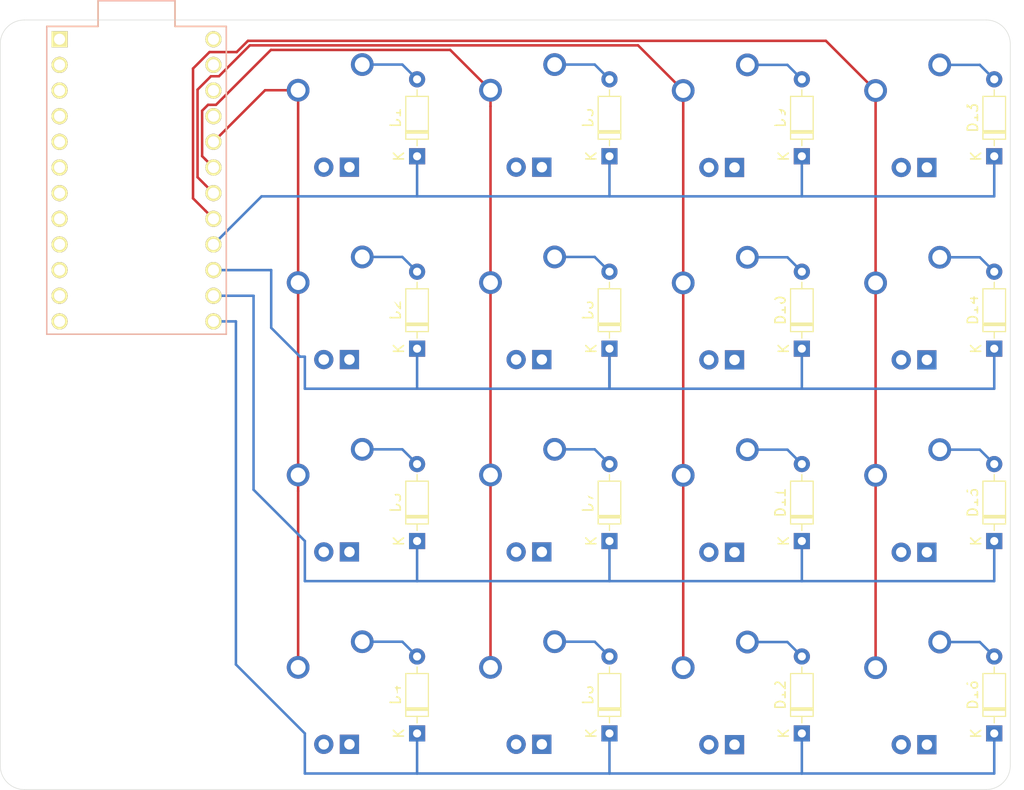
<source format=kicad_pcb>
(kicad_pcb (version 20171130) (host pcbnew "(5.1.4)-1")

  (general
    (thickness 1.6)
    (drawings 8)
    (tracks 122)
    (zones 0)
    (modules 33)
    (nets 41)
  )

  (page A4)
  (layers
    (0 F.Cu signal)
    (31 B.Cu signal)
    (32 B.Adhes user)
    (33 F.Adhes user)
    (34 B.Paste user)
    (35 F.Paste user)
    (36 B.SilkS user)
    (37 F.SilkS user)
    (38 B.Mask user)
    (39 F.Mask user)
    (40 Dwgs.User user)
    (41 Cmts.User user)
    (42 Eco1.User user)
    (43 Eco2.User user)
    (44 Edge.Cuts user)
    (45 Margin user)
    (46 B.CrtYd user)
    (47 F.CrtYd user)
    (48 B.Fab user)
    (49 F.Fab user)
  )

  (setup
    (last_trace_width 0.25)
    (trace_clearance 0.2)
    (zone_clearance 0.508)
    (zone_45_only no)
    (trace_min 0.2)
    (via_size 0.8)
    (via_drill 0.4)
    (via_min_size 0.4)
    (via_min_drill 0.3)
    (uvia_size 0.3)
    (uvia_drill 0.1)
    (uvias_allowed no)
    (uvia_min_size 0.2)
    (uvia_min_drill 0.1)
    (edge_width 0.05)
    (segment_width 0.2)
    (pcb_text_width 0.3)
    (pcb_text_size 1.5 1.5)
    (mod_edge_width 0.12)
    (mod_text_size 1 1)
    (mod_text_width 0.15)
    (pad_size 1.524 1.524)
    (pad_drill 0.762)
    (pad_to_mask_clearance 0.051)
    (solder_mask_min_width 0.25)
    (aux_axis_origin 0 0)
    (visible_elements FFFFE77F)
    (pcbplotparams
      (layerselection 0x010fc_ffffffff)
      (usegerberextensions true)
      (usegerberattributes false)
      (usegerberadvancedattributes false)
      (creategerberjobfile false)
      (excludeedgelayer true)
      (linewidth 0.100000)
      (plotframeref false)
      (viasonmask false)
      (mode 1)
      (useauxorigin true)
      (hpglpennumber 1)
      (hpglpenspeed 20)
      (hpglpendiameter 15.000000)
      (psnegative false)
      (psa4output false)
      (plotreference true)
      (plotvalue true)
      (plotinvisibletext false)
      (padsonsilk false)
      (subtractmaskfromsilk true)
      (outputformat 1)
      (mirror false)
      (drillshape 0)
      (scaleselection 1)
      (outputdirectory "gerbers/"))
  )

  (net 0 "")
  (net 1 "Net-(D1-Pad2)")
  (net 2 row0)
  (net 3 "Net-(D2-Pad2)")
  (net 4 row1)
  (net 5 "Net-(D3-Pad2)")
  (net 6 row2)
  (net 7 "Net-(D4-Pad2)")
  (net 8 row3)
  (net 9 "Net-(D5-Pad2)")
  (net 10 "Net-(D6-Pad2)")
  (net 11 "Net-(D7-Pad2)")
  (net 12 "Net-(D8-Pad2)")
  (net 13 "Net-(D9-Pad2)")
  (net 14 "Net-(D10-Pad2)")
  (net 15 "Net-(D11-Pad2)")
  (net 16 "Net-(D12-Pad2)")
  (net 17 "Net-(D13-Pad2)")
  (net 18 "Net-(D14-Pad2)")
  (net 19 "Net-(D15-Pad2)")
  (net 20 "Net-(D16-Pad2)")
  (net 21 col0)
  (net 22 col1)
  (net 23 col2)
  (net 24 col3)
  (net 25 "Net-(U1-Pad24)")
  (net 26 "Net-(U1-Pad23)")
  (net 27 "Net-(U1-Pad22)")
  (net 28 "Net-(U1-Pad21)")
  (net 29 "Net-(U1-Pad12)")
  (net 30 "Net-(U1-Pad11)")
  (net 31 "Net-(U1-Pad10)")
  (net 32 "Net-(U1-Pad9)")
  (net 33 "Net-(U1-Pad8)")
  (net 34 "Net-(U1-Pad7)")
  (net 35 "Net-(U1-Pad6)")
  (net 36 "Net-(U1-Pad5)")
  (net 37 "Net-(U1-Pad4)")
  (net 38 "Net-(U1-Pad3)")
  (net 39 "Net-(U1-Pad2)")
  (net 40 "Net-(U1-Pad1)")

  (net_class Default "To jest domyślna klasa połączeń."
    (clearance 0.2)
    (trace_width 0.25)
    (via_dia 0.8)
    (via_drill 0.4)
    (uvia_dia 0.3)
    (uvia_drill 0.1)
    (add_net "Net-(D1-Pad2)")
    (add_net "Net-(D10-Pad2)")
    (add_net "Net-(D11-Pad2)")
    (add_net "Net-(D12-Pad2)")
    (add_net "Net-(D13-Pad2)")
    (add_net "Net-(D14-Pad2)")
    (add_net "Net-(D15-Pad2)")
    (add_net "Net-(D16-Pad2)")
    (add_net "Net-(D2-Pad2)")
    (add_net "Net-(D3-Pad2)")
    (add_net "Net-(D4-Pad2)")
    (add_net "Net-(D5-Pad2)")
    (add_net "Net-(D6-Pad2)")
    (add_net "Net-(D7-Pad2)")
    (add_net "Net-(D8-Pad2)")
    (add_net "Net-(D9-Pad2)")
    (add_net "Net-(U1-Pad1)")
    (add_net "Net-(U1-Pad10)")
    (add_net "Net-(U1-Pad11)")
    (add_net "Net-(U1-Pad12)")
    (add_net "Net-(U1-Pad2)")
    (add_net "Net-(U1-Pad21)")
    (add_net "Net-(U1-Pad22)")
    (add_net "Net-(U1-Pad23)")
    (add_net "Net-(U1-Pad24)")
    (add_net "Net-(U1-Pad3)")
    (add_net "Net-(U1-Pad4)")
    (add_net "Net-(U1-Pad5)")
    (add_net "Net-(U1-Pad6)")
    (add_net "Net-(U1-Pad7)")
    (add_net "Net-(U1-Pad8)")
    (add_net "Net-(U1-Pad9)")
    (add_net col0)
    (add_net col1)
    (add_net col2)
    (add_net col3)
    (add_net row0)
    (add_net row1)
    (add_net row2)
    (add_net row3)
  )

  (net_class power ""
    (clearance 0.2)
    (trace_width 0.25)
    (via_dia 0.8)
    (via_drill 0.4)
    (uvia_dia 0.3)
    (uvia_drill 0.1)
  )

  (module MX_Only:MXOnly-1U (layer F.Cu) (tedit 5AC9901D) (tstamp 606644D4)
    (at 193.675 85.725)
    (path /606A39FB)
    (fp_text reference MX13 (at 0 3.175) (layer Dwgs.User)
      (effects (font (size 1 1) (thickness 0.15)))
    )
    (fp_text value MX-NoLED (at 0 -7.9375) (layer Dwgs.User)
      (effects (font (size 1 1) (thickness 0.15)))
    )
    (fp_line (start -9.525 9.525) (end -9.525 -9.525) (layer Dwgs.User) (width 0.15))
    (fp_line (start 9.525 9.525) (end -9.525 9.525) (layer Dwgs.User) (width 0.15))
    (fp_line (start 9.525 -9.525) (end 9.525 9.525) (layer Dwgs.User) (width 0.15))
    (fp_line (start -9.525 -9.525) (end 9.525 -9.525) (layer Dwgs.User) (width 0.15))
    (fp_line (start -7 -7) (end -7 -5) (layer Dwgs.User) (width 0.15))
    (fp_line (start -5 -7) (end -7 -7) (layer Dwgs.User) (width 0.15))
    (fp_line (start -7 7) (end -5 7) (layer Dwgs.User) (width 0.15))
    (fp_line (start -7 5) (end -7 7) (layer Dwgs.User) (width 0.15))
    (fp_line (start 7 7) (end 7 5) (layer Dwgs.User) (width 0.15))
    (fp_line (start 5 7) (end 7 7) (layer Dwgs.User) (width 0.15))
    (fp_line (start 7 -7) (end 7 -5) (layer Dwgs.User) (width 0.15))
    (fp_line (start 5 -7) (end 7 -7) (layer Dwgs.User) (width 0.15))
    (pad "" np_thru_hole circle (at 5.08 0 48.0996) (size 1.75 1.75) (drill 1.75) (layers *.Cu *.Mask))
    (pad "" np_thru_hole circle (at -5.08 0 48.0996) (size 1.75 1.75) (drill 1.75) (layers *.Cu *.Mask))
    (pad 4 thru_hole rect (at 1.27 5.08) (size 1.905 1.905) (drill 1.04) (layers *.Cu B.Mask))
    (pad 3 thru_hole circle (at -1.27 5.08) (size 1.905 1.905) (drill 1.04) (layers *.Cu B.Mask))
    (pad 1 thru_hole circle (at -3.81 -2.54) (size 2.25 2.25) (drill 1.47) (layers *.Cu B.Mask)
      (net 24 col3))
    (pad "" np_thru_hole circle (at 0 0) (size 3.9878 3.9878) (drill 3.9878) (layers *.Cu *.Mask))
    (pad 2 thru_hole circle (at 2.54 -5.08) (size 2.25 2.25) (drill 1.47) (layers *.Cu B.Mask)
      (net 17 "Net-(D13-Pad2)"))
  )

  (module MX_Only:MXOnly-1U (layer F.Cu) (tedit 5AC9901D) (tstamp 60664519)
    (at 193.675 142.875)
    (path /606BDA5A)
    (fp_text reference MX16 (at 0 3.175) (layer Dwgs.User)
      (effects (font (size 1 1) (thickness 0.15)))
    )
    (fp_text value MX-NoLED (at 0 -7.9375) (layer Dwgs.User)
      (effects (font (size 1 1) (thickness 0.15)))
    )
    (fp_line (start -9.525 9.525) (end -9.525 -9.525) (layer Dwgs.User) (width 0.15))
    (fp_line (start 9.525 9.525) (end -9.525 9.525) (layer Dwgs.User) (width 0.15))
    (fp_line (start 9.525 -9.525) (end 9.525 9.525) (layer Dwgs.User) (width 0.15))
    (fp_line (start -9.525 -9.525) (end 9.525 -9.525) (layer Dwgs.User) (width 0.15))
    (fp_line (start -7 -7) (end -7 -5) (layer Dwgs.User) (width 0.15))
    (fp_line (start -5 -7) (end -7 -7) (layer Dwgs.User) (width 0.15))
    (fp_line (start -7 7) (end -5 7) (layer Dwgs.User) (width 0.15))
    (fp_line (start -7 5) (end -7 7) (layer Dwgs.User) (width 0.15))
    (fp_line (start 7 7) (end 7 5) (layer Dwgs.User) (width 0.15))
    (fp_line (start 5 7) (end 7 7) (layer Dwgs.User) (width 0.15))
    (fp_line (start 7 -7) (end 7 -5) (layer Dwgs.User) (width 0.15))
    (fp_line (start 5 -7) (end 7 -7) (layer Dwgs.User) (width 0.15))
    (pad "" np_thru_hole circle (at 5.08 0 48.0996) (size 1.75 1.75) (drill 1.75) (layers *.Cu *.Mask))
    (pad "" np_thru_hole circle (at -5.08 0 48.0996) (size 1.75 1.75) (drill 1.75) (layers *.Cu *.Mask))
    (pad 4 thru_hole rect (at 1.27 5.08) (size 1.905 1.905) (drill 1.04) (layers *.Cu B.Mask))
    (pad 3 thru_hole circle (at -1.27 5.08) (size 1.905 1.905) (drill 1.04) (layers *.Cu B.Mask))
    (pad 1 thru_hole circle (at -3.81 -2.54) (size 2.25 2.25) (drill 1.47) (layers *.Cu B.Mask)
      (net 24 col3))
    (pad "" np_thru_hole circle (at 0 0) (size 3.9878 3.9878) (drill 3.9878) (layers *.Cu *.Mask))
    (pad 2 thru_hole circle (at 2.54 -5.08) (size 2.25 2.25) (drill 1.47) (layers *.Cu B.Mask)
      (net 20 "Net-(D16-Pad2)"))
  )

  (module MX_Only:MXOnly-1U (layer F.Cu) (tedit 5AC9901D) (tstamp 6066B31B)
    (at 136.49325 85.69325)
    (path /6066B61C)
    (fp_text reference MX1 (at 0 3.175) (layer Dwgs.User)
      (effects (font (size 1 1) (thickness 0.15)))
    )
    (fp_text value MX-NoLED (at 0 -7.9375) (layer Dwgs.User)
      (effects (font (size 1 1) (thickness 0.15)))
    )
    (fp_line (start -9.525 9.525) (end -9.525 -9.525) (layer Dwgs.User) (width 0.15))
    (fp_line (start 9.525 9.525) (end -9.525 9.525) (layer Dwgs.User) (width 0.15))
    (fp_line (start 9.525 -9.525) (end 9.525 9.525) (layer Dwgs.User) (width 0.15))
    (fp_line (start -9.525 -9.525) (end 9.525 -9.525) (layer Dwgs.User) (width 0.15))
    (fp_line (start -7 -7) (end -7 -5) (layer Dwgs.User) (width 0.15))
    (fp_line (start -5 -7) (end -7 -7) (layer Dwgs.User) (width 0.15))
    (fp_line (start -7 7) (end -5 7) (layer Dwgs.User) (width 0.15))
    (fp_line (start -7 5) (end -7 7) (layer Dwgs.User) (width 0.15))
    (fp_line (start 7 7) (end 7 5) (layer Dwgs.User) (width 0.15))
    (fp_line (start 5 7) (end 7 7) (layer Dwgs.User) (width 0.15))
    (fp_line (start 7 -7) (end 7 -5) (layer Dwgs.User) (width 0.15))
    (fp_line (start 5 -7) (end 7 -7) (layer Dwgs.User) (width 0.15))
    (pad "" np_thru_hole circle (at 5.08 0 48.0996) (size 1.75 1.75) (drill 1.75) (layers *.Cu *.Mask))
    (pad "" np_thru_hole circle (at -5.08 0 48.0996) (size 1.75 1.75) (drill 1.75) (layers *.Cu *.Mask))
    (pad 4 thru_hole rect (at 1.27 5.08) (size 1.905 1.905) (drill 1.04) (layers *.Cu B.Mask))
    (pad 3 thru_hole circle (at -1.27 5.08) (size 1.905 1.905) (drill 1.04) (layers *.Cu B.Mask))
    (pad 1 thru_hole circle (at -3.81 -2.54) (size 2.25 2.25) (drill 1.47) (layers *.Cu B.Mask)
      (net 21 col0))
    (pad "" np_thru_hole circle (at 0 0) (size 3.9878 3.9878) (drill 3.9878) (layers *.Cu *.Mask))
    (pad 2 thru_hole circle (at 2.54 -5.08) (size 2.25 2.25) (drill 1.47) (layers *.Cu B.Mask)
      (net 1 "Net-(D1-Pad2)"))
  )

  (module MX_Only:MXOnly-1U (layer F.Cu) (tedit 5AC9901D) (tstamp 606644EB)
    (at 193.675 104.775)
    (path /606A9D91)
    (fp_text reference MX14 (at 0 3.175) (layer Dwgs.User)
      (effects (font (size 1 1) (thickness 0.15)))
    )
    (fp_text value MX-NoLED (at 0 -7.9375) (layer Dwgs.User)
      (effects (font (size 1 1) (thickness 0.15)))
    )
    (fp_line (start -9.525 9.525) (end -9.525 -9.525) (layer Dwgs.User) (width 0.15))
    (fp_line (start 9.525 9.525) (end -9.525 9.525) (layer Dwgs.User) (width 0.15))
    (fp_line (start 9.525 -9.525) (end 9.525 9.525) (layer Dwgs.User) (width 0.15))
    (fp_line (start -9.525 -9.525) (end 9.525 -9.525) (layer Dwgs.User) (width 0.15))
    (fp_line (start -7 -7) (end -7 -5) (layer Dwgs.User) (width 0.15))
    (fp_line (start -5 -7) (end -7 -7) (layer Dwgs.User) (width 0.15))
    (fp_line (start -7 7) (end -5 7) (layer Dwgs.User) (width 0.15))
    (fp_line (start -7 5) (end -7 7) (layer Dwgs.User) (width 0.15))
    (fp_line (start 7 7) (end 7 5) (layer Dwgs.User) (width 0.15))
    (fp_line (start 5 7) (end 7 7) (layer Dwgs.User) (width 0.15))
    (fp_line (start 7 -7) (end 7 -5) (layer Dwgs.User) (width 0.15))
    (fp_line (start 5 -7) (end 7 -7) (layer Dwgs.User) (width 0.15))
    (pad "" np_thru_hole circle (at 5.08 0 48.0996) (size 1.75 1.75) (drill 1.75) (layers *.Cu *.Mask))
    (pad "" np_thru_hole circle (at -5.08 0 48.0996) (size 1.75 1.75) (drill 1.75) (layers *.Cu *.Mask))
    (pad 4 thru_hole rect (at 1.27 5.08) (size 1.905 1.905) (drill 1.04) (layers *.Cu B.Mask))
    (pad 3 thru_hole circle (at -1.27 5.08) (size 1.905 1.905) (drill 1.04) (layers *.Cu B.Mask))
    (pad 1 thru_hole circle (at -3.81 -2.54) (size 2.25 2.25) (drill 1.47) (layers *.Cu B.Mask)
      (net 24 col3))
    (pad "" np_thru_hole circle (at 0 0) (size 3.9878 3.9878) (drill 3.9878) (layers *.Cu *.Mask))
    (pad 2 thru_hole circle (at 2.54 -5.08) (size 2.25 2.25) (drill 1.47) (layers *.Cu B.Mask)
      (net 18 "Net-(D14-Pad2)"))
  )

  (module promicro:ProMicro (layer F.Cu) (tedit 5A06A962) (tstamp 6066BC21)
    (at 116.68125 92.075 270)
    (descr "Pro Micro footprint")
    (tags "promicro ProMicro")
    (path /606F8117)
    (fp_text reference U1 (at 0 -10.16 90) (layer F.SilkS) hide
      (effects (font (size 1 1) (thickness 0.15)))
    )
    (fp_text value ProMicro (at 0 10.16 90) (layer F.Fab)
      (effects (font (size 1 1) (thickness 0.15)))
    )
    (fp_line (start 15.24 -8.89) (end 15.24 8.89) (layer F.SilkS) (width 0.15))
    (fp_line (start -15.24 -8.89) (end 15.24 -8.89) (layer F.SilkS) (width 0.15))
    (fp_line (start -15.24 -3.81) (end -15.24 -8.89) (layer F.SilkS) (width 0.15))
    (fp_line (start -17.78 -3.81) (end -15.24 -3.81) (layer F.SilkS) (width 0.15))
    (fp_line (start -17.78 3.81) (end -17.78 -3.81) (layer F.SilkS) (width 0.15))
    (fp_line (start -15.24 3.81) (end -17.78 3.81) (layer F.SilkS) (width 0.15))
    (fp_line (start -15.24 8.89) (end -15.24 3.81) (layer F.SilkS) (width 0.15))
    (fp_line (start -15.24 8.89) (end 15.24 8.89) (layer F.SilkS) (width 0.15))
    (fp_line (start -15.24 -8.89) (end 15.24 -8.89) (layer B.SilkS) (width 0.15))
    (fp_line (start -15.24 -3.81) (end -15.24 -8.89) (layer B.SilkS) (width 0.15))
    (fp_line (start -17.78 -3.81) (end -15.24 -3.81) (layer B.SilkS) (width 0.15))
    (fp_line (start -17.78 3.81) (end -17.78 -3.81) (layer B.SilkS) (width 0.15))
    (fp_line (start -15.24 3.81) (end -17.78 3.81) (layer B.SilkS) (width 0.15))
    (fp_line (start -15.24 8.89) (end -15.24 3.81) (layer B.SilkS) (width 0.15))
    (fp_line (start 15.24 8.89) (end -15.24 8.89) (layer B.SilkS) (width 0.15))
    (fp_line (start 15.24 -8.89) (end 15.24 8.89) (layer B.SilkS) (width 0.15))
    (pad 24 thru_hole circle (at -13.97 -7.62 270) (size 1.6 1.6) (drill 1.1) (layers *.Cu *.Mask F.SilkS)
      (net 25 "Net-(U1-Pad24)"))
    (pad 23 thru_hole circle (at -11.43 -7.62 270) (size 1.6 1.6) (drill 1.1) (layers *.Cu *.Mask F.SilkS)
      (net 26 "Net-(U1-Pad23)"))
    (pad 22 thru_hole circle (at -8.89 -7.62 270) (size 1.6 1.6) (drill 1.1) (layers *.Cu *.Mask F.SilkS)
      (net 27 "Net-(U1-Pad22)"))
    (pad 21 thru_hole circle (at -6.35 -7.62 270) (size 1.6 1.6) (drill 1.1) (layers *.Cu *.Mask F.SilkS)
      (net 28 "Net-(U1-Pad21)"))
    (pad 20 thru_hole circle (at -3.81 -7.62 270) (size 1.6 1.6) (drill 1.1) (layers *.Cu *.Mask F.SilkS)
      (net 21 col0))
    (pad 19 thru_hole circle (at -1.27 -7.62 270) (size 1.6 1.6) (drill 1.1) (layers *.Cu *.Mask F.SilkS)
      (net 22 col1))
    (pad 18 thru_hole circle (at 1.27 -7.62 270) (size 1.6 1.6) (drill 1.1) (layers *.Cu *.Mask F.SilkS)
      (net 23 col2))
    (pad 17 thru_hole circle (at 3.81 -7.62 270) (size 1.6 1.6) (drill 1.1) (layers *.Cu *.Mask F.SilkS)
      (net 24 col3))
    (pad 16 thru_hole circle (at 6.35 -7.62 270) (size 1.6 1.6) (drill 1.1) (layers *.Cu *.Mask F.SilkS)
      (net 2 row0))
    (pad 15 thru_hole circle (at 8.89 -7.62 270) (size 1.6 1.6) (drill 1.1) (layers *.Cu *.Mask F.SilkS)
      (net 4 row1))
    (pad 14 thru_hole circle (at 11.43 -7.62 270) (size 1.6 1.6) (drill 1.1) (layers *.Cu *.Mask F.SilkS)
      (net 6 row2))
    (pad 13 thru_hole circle (at 13.97 -7.62 270) (size 1.6 1.6) (drill 1.1) (layers *.Cu *.Mask F.SilkS)
      (net 8 row3))
    (pad 12 thru_hole circle (at 13.97 7.62 270) (size 1.6 1.6) (drill 1.1) (layers *.Cu *.Mask F.SilkS)
      (net 29 "Net-(U1-Pad12)"))
    (pad 11 thru_hole circle (at 11.43 7.62 270) (size 1.6 1.6) (drill 1.1) (layers *.Cu *.Mask F.SilkS)
      (net 30 "Net-(U1-Pad11)"))
    (pad 10 thru_hole circle (at 8.89 7.62 270) (size 1.6 1.6) (drill 1.1) (layers *.Cu *.Mask F.SilkS)
      (net 31 "Net-(U1-Pad10)"))
    (pad 9 thru_hole circle (at 6.35 7.62 270) (size 1.6 1.6) (drill 1.1) (layers *.Cu *.Mask F.SilkS)
      (net 32 "Net-(U1-Pad9)"))
    (pad 8 thru_hole circle (at 3.81 7.62 270) (size 1.6 1.6) (drill 1.1) (layers *.Cu *.Mask F.SilkS)
      (net 33 "Net-(U1-Pad8)"))
    (pad 7 thru_hole circle (at 1.27 7.62 270) (size 1.6 1.6) (drill 1.1) (layers *.Cu *.Mask F.SilkS)
      (net 34 "Net-(U1-Pad7)"))
    (pad 6 thru_hole circle (at -1.27 7.62 270) (size 1.6 1.6) (drill 1.1) (layers *.Cu *.Mask F.SilkS)
      (net 35 "Net-(U1-Pad6)"))
    (pad 5 thru_hole circle (at -3.81 7.62 270) (size 1.6 1.6) (drill 1.1) (layers *.Cu *.Mask F.SilkS)
      (net 36 "Net-(U1-Pad5)"))
    (pad 4 thru_hole circle (at -6.35 7.62 270) (size 1.6 1.6) (drill 1.1) (layers *.Cu *.Mask F.SilkS)
      (net 37 "Net-(U1-Pad4)"))
    (pad 3 thru_hole circle (at -8.89 7.62 270) (size 1.6 1.6) (drill 1.1) (layers *.Cu *.Mask F.SilkS)
      (net 38 "Net-(U1-Pad3)"))
    (pad 2 thru_hole circle (at -11.43 7.62 270) (size 1.6 1.6) (drill 1.1) (layers *.Cu *.Mask F.SilkS)
      (net 39 "Net-(U1-Pad2)"))
    (pad 1 thru_hole rect (at -13.97 7.62 270) (size 1.6 1.6) (drill 1.1) (layers *.Cu *.Mask F.SilkS)
      (net 40 "Net-(U1-Pad1)"))
  )

  (module MX_Only:MXOnly-1U (layer F.Cu) (tedit 5AC9901D) (tstamp 60664502)
    (at 193.675 123.825)
    (path /606B0972)
    (fp_text reference MX15 (at 0 3.175) (layer Dwgs.User)
      (effects (font (size 1 1) (thickness 0.15)))
    )
    (fp_text value MX-NoLED (at 0 -7.9375) (layer Dwgs.User)
      (effects (font (size 1 1) (thickness 0.15)))
    )
    (fp_line (start -9.525 9.525) (end -9.525 -9.525) (layer Dwgs.User) (width 0.15))
    (fp_line (start 9.525 9.525) (end -9.525 9.525) (layer Dwgs.User) (width 0.15))
    (fp_line (start 9.525 -9.525) (end 9.525 9.525) (layer Dwgs.User) (width 0.15))
    (fp_line (start -9.525 -9.525) (end 9.525 -9.525) (layer Dwgs.User) (width 0.15))
    (fp_line (start -7 -7) (end -7 -5) (layer Dwgs.User) (width 0.15))
    (fp_line (start -5 -7) (end -7 -7) (layer Dwgs.User) (width 0.15))
    (fp_line (start -7 7) (end -5 7) (layer Dwgs.User) (width 0.15))
    (fp_line (start -7 5) (end -7 7) (layer Dwgs.User) (width 0.15))
    (fp_line (start 7 7) (end 7 5) (layer Dwgs.User) (width 0.15))
    (fp_line (start 5 7) (end 7 7) (layer Dwgs.User) (width 0.15))
    (fp_line (start 7 -7) (end 7 -5) (layer Dwgs.User) (width 0.15))
    (fp_line (start 5 -7) (end 7 -7) (layer Dwgs.User) (width 0.15))
    (pad "" np_thru_hole circle (at 5.08 0 48.0996) (size 1.75 1.75) (drill 1.75) (layers *.Cu *.Mask))
    (pad "" np_thru_hole circle (at -5.08 0 48.0996) (size 1.75 1.75) (drill 1.75) (layers *.Cu *.Mask))
    (pad 4 thru_hole rect (at 1.27 5.08) (size 1.905 1.905) (drill 1.04) (layers *.Cu B.Mask))
    (pad 3 thru_hole circle (at -1.27 5.08) (size 1.905 1.905) (drill 1.04) (layers *.Cu B.Mask))
    (pad 1 thru_hole circle (at -3.81 -2.54) (size 2.25 2.25) (drill 1.47) (layers *.Cu B.Mask)
      (net 24 col3))
    (pad "" np_thru_hole circle (at 0 0) (size 3.9878 3.9878) (drill 3.9878) (layers *.Cu *.Mask))
    (pad 2 thru_hole circle (at 2.54 -5.08) (size 2.25 2.25) (drill 1.47) (layers *.Cu B.Mask)
      (net 19 "Net-(D15-Pad2)"))
  )

  (module MX_Only:MXOnly-1U (layer F.Cu) (tedit 5AC9901D) (tstamp 60669E1F)
    (at 174.625 142.875)
    (path /606BB9EA)
    (fp_text reference MX12 (at 0 3.175) (layer Dwgs.User)
      (effects (font (size 1 1) (thickness 0.15)))
    )
    (fp_text value MX-NoLED (at 0 -7.9375) (layer Dwgs.User)
      (effects (font (size 1 1) (thickness 0.15)))
    )
    (fp_line (start -9.525 9.525) (end -9.525 -9.525) (layer Dwgs.User) (width 0.15))
    (fp_line (start 9.525 9.525) (end -9.525 9.525) (layer Dwgs.User) (width 0.15))
    (fp_line (start 9.525 -9.525) (end 9.525 9.525) (layer Dwgs.User) (width 0.15))
    (fp_line (start -9.525 -9.525) (end 9.525 -9.525) (layer Dwgs.User) (width 0.15))
    (fp_line (start -7 -7) (end -7 -5) (layer Dwgs.User) (width 0.15))
    (fp_line (start -5 -7) (end -7 -7) (layer Dwgs.User) (width 0.15))
    (fp_line (start -7 7) (end -5 7) (layer Dwgs.User) (width 0.15))
    (fp_line (start -7 5) (end -7 7) (layer Dwgs.User) (width 0.15))
    (fp_line (start 7 7) (end 7 5) (layer Dwgs.User) (width 0.15))
    (fp_line (start 5 7) (end 7 7) (layer Dwgs.User) (width 0.15))
    (fp_line (start 7 -7) (end 7 -5) (layer Dwgs.User) (width 0.15))
    (fp_line (start 5 -7) (end 7 -7) (layer Dwgs.User) (width 0.15))
    (pad "" np_thru_hole circle (at 5.08 0 48.0996) (size 1.75 1.75) (drill 1.75) (layers *.Cu *.Mask))
    (pad "" np_thru_hole circle (at -5.08 0 48.0996) (size 1.75 1.75) (drill 1.75) (layers *.Cu *.Mask))
    (pad 4 thru_hole rect (at 1.27 5.08) (size 1.905 1.905) (drill 1.04) (layers *.Cu B.Mask))
    (pad 3 thru_hole circle (at -1.27 5.08) (size 1.905 1.905) (drill 1.04) (layers *.Cu B.Mask))
    (pad 1 thru_hole circle (at -3.81 -2.54) (size 2.25 2.25) (drill 1.47) (layers *.Cu B.Mask)
      (net 23 col2))
    (pad "" np_thru_hole circle (at 0 0) (size 3.9878 3.9878) (drill 3.9878) (layers *.Cu *.Mask))
    (pad 2 thru_hole circle (at 2.54 -5.08) (size 2.25 2.25) (drill 1.47) (layers *.Cu B.Mask)
      (net 16 "Net-(D12-Pad2)"))
  )

  (module MX_Only:MXOnly-1U (layer F.Cu) (tedit 5AC9901D) (tstamp 60669D9A)
    (at 174.625 123.825)
    (path /606B21C8)
    (fp_text reference MX11 (at 0 3.175) (layer Dwgs.User)
      (effects (font (size 1 1) (thickness 0.15)))
    )
    (fp_text value MX-NoLED (at 0 -7.9375) (layer Dwgs.User)
      (effects (font (size 1 1) (thickness 0.15)))
    )
    (fp_line (start -9.525 9.525) (end -9.525 -9.525) (layer Dwgs.User) (width 0.15))
    (fp_line (start 9.525 9.525) (end -9.525 9.525) (layer Dwgs.User) (width 0.15))
    (fp_line (start 9.525 -9.525) (end 9.525 9.525) (layer Dwgs.User) (width 0.15))
    (fp_line (start -9.525 -9.525) (end 9.525 -9.525) (layer Dwgs.User) (width 0.15))
    (fp_line (start -7 -7) (end -7 -5) (layer Dwgs.User) (width 0.15))
    (fp_line (start -5 -7) (end -7 -7) (layer Dwgs.User) (width 0.15))
    (fp_line (start -7 7) (end -5 7) (layer Dwgs.User) (width 0.15))
    (fp_line (start -7 5) (end -7 7) (layer Dwgs.User) (width 0.15))
    (fp_line (start 7 7) (end 7 5) (layer Dwgs.User) (width 0.15))
    (fp_line (start 5 7) (end 7 7) (layer Dwgs.User) (width 0.15))
    (fp_line (start 7 -7) (end 7 -5) (layer Dwgs.User) (width 0.15))
    (fp_line (start 5 -7) (end 7 -7) (layer Dwgs.User) (width 0.15))
    (pad "" np_thru_hole circle (at 5.08 0 48.0996) (size 1.75 1.75) (drill 1.75) (layers *.Cu *.Mask))
    (pad "" np_thru_hole circle (at -5.08 0 48.0996) (size 1.75 1.75) (drill 1.75) (layers *.Cu *.Mask))
    (pad 4 thru_hole rect (at 1.27 5.08) (size 1.905 1.905) (drill 1.04) (layers *.Cu B.Mask))
    (pad 3 thru_hole circle (at -1.27 5.08) (size 1.905 1.905) (drill 1.04) (layers *.Cu B.Mask))
    (pad 1 thru_hole circle (at -3.81 -2.54) (size 2.25 2.25) (drill 1.47) (layers *.Cu B.Mask)
      (net 23 col2))
    (pad "" np_thru_hole circle (at 0 0) (size 3.9878 3.9878) (drill 3.9878) (layers *.Cu *.Mask))
    (pad 2 thru_hole circle (at 2.54 -5.08) (size 2.25 2.25) (drill 1.47) (layers *.Cu B.Mask)
      (net 15 "Net-(D11-Pad2)"))
  )

  (module MX_Only:MXOnly-1U (layer F.Cu) (tedit 5AC9901D) (tstamp 6066448F)
    (at 174.625 104.775)
    (path /606A857D)
    (fp_text reference MX10 (at 0 3.175) (layer Dwgs.User)
      (effects (font (size 1 1) (thickness 0.15)))
    )
    (fp_text value MX-NoLED (at 0 -7.9375) (layer Dwgs.User)
      (effects (font (size 1 1) (thickness 0.15)))
    )
    (fp_line (start -9.525 9.525) (end -9.525 -9.525) (layer Dwgs.User) (width 0.15))
    (fp_line (start 9.525 9.525) (end -9.525 9.525) (layer Dwgs.User) (width 0.15))
    (fp_line (start 9.525 -9.525) (end 9.525 9.525) (layer Dwgs.User) (width 0.15))
    (fp_line (start -9.525 -9.525) (end 9.525 -9.525) (layer Dwgs.User) (width 0.15))
    (fp_line (start -7 -7) (end -7 -5) (layer Dwgs.User) (width 0.15))
    (fp_line (start -5 -7) (end -7 -7) (layer Dwgs.User) (width 0.15))
    (fp_line (start -7 7) (end -5 7) (layer Dwgs.User) (width 0.15))
    (fp_line (start -7 5) (end -7 7) (layer Dwgs.User) (width 0.15))
    (fp_line (start 7 7) (end 7 5) (layer Dwgs.User) (width 0.15))
    (fp_line (start 5 7) (end 7 7) (layer Dwgs.User) (width 0.15))
    (fp_line (start 7 -7) (end 7 -5) (layer Dwgs.User) (width 0.15))
    (fp_line (start 5 -7) (end 7 -7) (layer Dwgs.User) (width 0.15))
    (pad "" np_thru_hole circle (at 5.08 0 48.0996) (size 1.75 1.75) (drill 1.75) (layers *.Cu *.Mask))
    (pad "" np_thru_hole circle (at -5.08 0 48.0996) (size 1.75 1.75) (drill 1.75) (layers *.Cu *.Mask))
    (pad 4 thru_hole rect (at 1.27 5.08) (size 1.905 1.905) (drill 1.04) (layers *.Cu B.Mask))
    (pad 3 thru_hole circle (at -1.27 5.08) (size 1.905 1.905) (drill 1.04) (layers *.Cu B.Mask))
    (pad 1 thru_hole circle (at -3.81 -2.54) (size 2.25 2.25) (drill 1.47) (layers *.Cu B.Mask)
      (net 23 col2))
    (pad "" np_thru_hole circle (at 0 0) (size 3.9878 3.9878) (drill 3.9878) (layers *.Cu *.Mask))
    (pad 2 thru_hole circle (at 2.54 -5.08) (size 2.25 2.25) (drill 1.47) (layers *.Cu B.Mask)
      (net 14 "Net-(D10-Pad2)"))
  )

  (module MX_Only:MXOnly-1U (layer F.Cu) (tedit 5AC9901D) (tstamp 60664478)
    (at 174.625 85.725)
    (path /606A2212)
    (fp_text reference MX9 (at 0 3.175) (layer Dwgs.User)
      (effects (font (size 1 1) (thickness 0.15)))
    )
    (fp_text value MX-NoLED (at 0 -7.9375) (layer Dwgs.User)
      (effects (font (size 1 1) (thickness 0.15)))
    )
    (fp_line (start -9.525 9.525) (end -9.525 -9.525) (layer Dwgs.User) (width 0.15))
    (fp_line (start 9.525 9.525) (end -9.525 9.525) (layer Dwgs.User) (width 0.15))
    (fp_line (start 9.525 -9.525) (end 9.525 9.525) (layer Dwgs.User) (width 0.15))
    (fp_line (start -9.525 -9.525) (end 9.525 -9.525) (layer Dwgs.User) (width 0.15))
    (fp_line (start -7 -7) (end -7 -5) (layer Dwgs.User) (width 0.15))
    (fp_line (start -5 -7) (end -7 -7) (layer Dwgs.User) (width 0.15))
    (fp_line (start -7 7) (end -5 7) (layer Dwgs.User) (width 0.15))
    (fp_line (start -7 5) (end -7 7) (layer Dwgs.User) (width 0.15))
    (fp_line (start 7 7) (end 7 5) (layer Dwgs.User) (width 0.15))
    (fp_line (start 5 7) (end 7 7) (layer Dwgs.User) (width 0.15))
    (fp_line (start 7 -7) (end 7 -5) (layer Dwgs.User) (width 0.15))
    (fp_line (start 5 -7) (end 7 -7) (layer Dwgs.User) (width 0.15))
    (pad "" np_thru_hole circle (at 5.08 0 48.0996) (size 1.75 1.75) (drill 1.75) (layers *.Cu *.Mask))
    (pad "" np_thru_hole circle (at -5.08 0 48.0996) (size 1.75 1.75) (drill 1.75) (layers *.Cu *.Mask))
    (pad 4 thru_hole rect (at 1.27 5.08) (size 1.905 1.905) (drill 1.04) (layers *.Cu B.Mask))
    (pad 3 thru_hole circle (at -1.27 5.08) (size 1.905 1.905) (drill 1.04) (layers *.Cu B.Mask))
    (pad 1 thru_hole circle (at -3.81 -2.54) (size 2.25 2.25) (drill 1.47) (layers *.Cu B.Mask)
      (net 23 col2))
    (pad "" np_thru_hole circle (at 0 0) (size 3.9878 3.9878) (drill 3.9878) (layers *.Cu *.Mask))
    (pad 2 thru_hole circle (at 2.54 -5.08) (size 2.25 2.25) (drill 1.47) (layers *.Cu B.Mask)
      (net 13 "Net-(D9-Pad2)"))
  )

  (module MX_Only:MXOnly-1U (layer F.Cu) (tedit 5AC9901D) (tstamp 60669B19)
    (at 155.54325 142.84325)
    (path /606B971A)
    (fp_text reference MX8 (at 0 3.175) (layer Dwgs.User)
      (effects (font (size 1 1) (thickness 0.15)))
    )
    (fp_text value MX-NoLED (at 0 -7.9375) (layer Dwgs.User)
      (effects (font (size 1 1) (thickness 0.15)))
    )
    (fp_line (start -9.525 9.525) (end -9.525 -9.525) (layer Dwgs.User) (width 0.15))
    (fp_line (start 9.525 9.525) (end -9.525 9.525) (layer Dwgs.User) (width 0.15))
    (fp_line (start 9.525 -9.525) (end 9.525 9.525) (layer Dwgs.User) (width 0.15))
    (fp_line (start -9.525 -9.525) (end 9.525 -9.525) (layer Dwgs.User) (width 0.15))
    (fp_line (start -7 -7) (end -7 -5) (layer Dwgs.User) (width 0.15))
    (fp_line (start -5 -7) (end -7 -7) (layer Dwgs.User) (width 0.15))
    (fp_line (start -7 7) (end -5 7) (layer Dwgs.User) (width 0.15))
    (fp_line (start -7 5) (end -7 7) (layer Dwgs.User) (width 0.15))
    (fp_line (start 7 7) (end 7 5) (layer Dwgs.User) (width 0.15))
    (fp_line (start 5 7) (end 7 7) (layer Dwgs.User) (width 0.15))
    (fp_line (start 7 -7) (end 7 -5) (layer Dwgs.User) (width 0.15))
    (fp_line (start 5 -7) (end 7 -7) (layer Dwgs.User) (width 0.15))
    (pad "" np_thru_hole circle (at 5.08 0 48.0996) (size 1.75 1.75) (drill 1.75) (layers *.Cu *.Mask))
    (pad "" np_thru_hole circle (at -5.08 0 48.0996) (size 1.75 1.75) (drill 1.75) (layers *.Cu *.Mask))
    (pad 4 thru_hole rect (at 1.27 5.08) (size 1.905 1.905) (drill 1.04) (layers *.Cu B.Mask))
    (pad 3 thru_hole circle (at -1.27 5.08) (size 1.905 1.905) (drill 1.04) (layers *.Cu B.Mask))
    (pad 1 thru_hole circle (at -3.81 -2.54) (size 2.25 2.25) (drill 1.47) (layers *.Cu B.Mask)
      (net 22 col1))
    (pad "" np_thru_hole circle (at 0 0) (size 3.9878 3.9878) (drill 3.9878) (layers *.Cu *.Mask))
    (pad 2 thru_hole circle (at 2.54 -5.08) (size 2.25 2.25) (drill 1.47) (layers *.Cu B.Mask)
      (net 12 "Net-(D8-Pad2)"))
  )

  (module MX_Only:MXOnly-1U (layer F.Cu) (tedit 5AC9901D) (tstamp 60669B9D)
    (at 155.54325 123.79325)
    (path /606B3CC8)
    (fp_text reference MX7 (at 0 3.175) (layer Dwgs.User)
      (effects (font (size 1 1) (thickness 0.15)))
    )
    (fp_text value MX-NoLED (at 0 -7.9375) (layer Dwgs.User)
      (effects (font (size 1 1) (thickness 0.15)))
    )
    (fp_line (start -9.525 9.525) (end -9.525 -9.525) (layer Dwgs.User) (width 0.15))
    (fp_line (start 9.525 9.525) (end -9.525 9.525) (layer Dwgs.User) (width 0.15))
    (fp_line (start 9.525 -9.525) (end 9.525 9.525) (layer Dwgs.User) (width 0.15))
    (fp_line (start -9.525 -9.525) (end 9.525 -9.525) (layer Dwgs.User) (width 0.15))
    (fp_line (start -7 -7) (end -7 -5) (layer Dwgs.User) (width 0.15))
    (fp_line (start -5 -7) (end -7 -7) (layer Dwgs.User) (width 0.15))
    (fp_line (start -7 7) (end -5 7) (layer Dwgs.User) (width 0.15))
    (fp_line (start -7 5) (end -7 7) (layer Dwgs.User) (width 0.15))
    (fp_line (start 7 7) (end 7 5) (layer Dwgs.User) (width 0.15))
    (fp_line (start 5 7) (end 7 7) (layer Dwgs.User) (width 0.15))
    (fp_line (start 7 -7) (end 7 -5) (layer Dwgs.User) (width 0.15))
    (fp_line (start 5 -7) (end 7 -7) (layer Dwgs.User) (width 0.15))
    (pad "" np_thru_hole circle (at 5.08 0 48.0996) (size 1.75 1.75) (drill 1.75) (layers *.Cu *.Mask))
    (pad "" np_thru_hole circle (at -5.08 0 48.0996) (size 1.75 1.75) (drill 1.75) (layers *.Cu *.Mask))
    (pad 4 thru_hole rect (at 1.27 5.08) (size 1.905 1.905) (drill 1.04) (layers *.Cu B.Mask))
    (pad 3 thru_hole circle (at -1.27 5.08) (size 1.905 1.905) (drill 1.04) (layers *.Cu B.Mask))
    (pad 1 thru_hole circle (at -3.81 -2.54) (size 2.25 2.25) (drill 1.47) (layers *.Cu B.Mask)
      (net 22 col1))
    (pad "" np_thru_hole circle (at 0 0) (size 3.9878 3.9878) (drill 3.9878) (layers *.Cu *.Mask))
    (pad 2 thru_hole circle (at 2.54 -5.08) (size 2.25 2.25) (drill 1.47) (layers *.Cu B.Mask)
      (net 11 "Net-(D7-Pad2)"))
  )

  (module MX_Only:MXOnly-1U (layer F.Cu) (tedit 5AC9901D) (tstamp 60669AD7)
    (at 155.54325 104.74325)
    (path /606A716F)
    (fp_text reference MX6 (at 0 3.175) (layer Dwgs.User)
      (effects (font (size 1 1) (thickness 0.15)))
    )
    (fp_text value MX-NoLED (at 0 -7.9375) (layer Dwgs.User)
      (effects (font (size 1 1) (thickness 0.15)))
    )
    (fp_line (start -9.525 9.525) (end -9.525 -9.525) (layer Dwgs.User) (width 0.15))
    (fp_line (start 9.525 9.525) (end -9.525 9.525) (layer Dwgs.User) (width 0.15))
    (fp_line (start 9.525 -9.525) (end 9.525 9.525) (layer Dwgs.User) (width 0.15))
    (fp_line (start -9.525 -9.525) (end 9.525 -9.525) (layer Dwgs.User) (width 0.15))
    (fp_line (start -7 -7) (end -7 -5) (layer Dwgs.User) (width 0.15))
    (fp_line (start -5 -7) (end -7 -7) (layer Dwgs.User) (width 0.15))
    (fp_line (start -7 7) (end -5 7) (layer Dwgs.User) (width 0.15))
    (fp_line (start -7 5) (end -7 7) (layer Dwgs.User) (width 0.15))
    (fp_line (start 7 7) (end 7 5) (layer Dwgs.User) (width 0.15))
    (fp_line (start 5 7) (end 7 7) (layer Dwgs.User) (width 0.15))
    (fp_line (start 7 -7) (end 7 -5) (layer Dwgs.User) (width 0.15))
    (fp_line (start 5 -7) (end 7 -7) (layer Dwgs.User) (width 0.15))
    (pad "" np_thru_hole circle (at 5.08 0 48.0996) (size 1.75 1.75) (drill 1.75) (layers *.Cu *.Mask))
    (pad "" np_thru_hole circle (at -5.08 0 48.0996) (size 1.75 1.75) (drill 1.75) (layers *.Cu *.Mask))
    (pad 4 thru_hole rect (at 1.27 5.08) (size 1.905 1.905) (drill 1.04) (layers *.Cu B.Mask))
    (pad 3 thru_hole circle (at -1.27 5.08) (size 1.905 1.905) (drill 1.04) (layers *.Cu B.Mask))
    (pad 1 thru_hole circle (at -3.81 -2.54) (size 2.25 2.25) (drill 1.47) (layers *.Cu B.Mask)
      (net 22 col1))
    (pad "" np_thru_hole circle (at 0 0) (size 3.9878 3.9878) (drill 3.9878) (layers *.Cu *.Mask))
    (pad 2 thru_hole circle (at 2.54 -5.08) (size 2.25 2.25) (drill 1.47) (layers *.Cu B.Mask)
      (net 10 "Net-(D6-Pad2)"))
  )

  (module MX_Only:MXOnly-1U (layer F.Cu) (tedit 5AC9901D) (tstamp 60669C63)
    (at 155.54325 85.69325)
    (path /606A0CD9)
    (fp_text reference MX5 (at 0 3.175) (layer Dwgs.User)
      (effects (font (size 1 1) (thickness 0.15)))
    )
    (fp_text value MX-NoLED (at 0 -7.9375) (layer Dwgs.User)
      (effects (font (size 1 1) (thickness 0.15)))
    )
    (fp_line (start -9.525 9.525) (end -9.525 -9.525) (layer Dwgs.User) (width 0.15))
    (fp_line (start 9.525 9.525) (end -9.525 9.525) (layer Dwgs.User) (width 0.15))
    (fp_line (start 9.525 -9.525) (end 9.525 9.525) (layer Dwgs.User) (width 0.15))
    (fp_line (start -9.525 -9.525) (end 9.525 -9.525) (layer Dwgs.User) (width 0.15))
    (fp_line (start -7 -7) (end -7 -5) (layer Dwgs.User) (width 0.15))
    (fp_line (start -5 -7) (end -7 -7) (layer Dwgs.User) (width 0.15))
    (fp_line (start -7 7) (end -5 7) (layer Dwgs.User) (width 0.15))
    (fp_line (start -7 5) (end -7 7) (layer Dwgs.User) (width 0.15))
    (fp_line (start 7 7) (end 7 5) (layer Dwgs.User) (width 0.15))
    (fp_line (start 5 7) (end 7 7) (layer Dwgs.User) (width 0.15))
    (fp_line (start 7 -7) (end 7 -5) (layer Dwgs.User) (width 0.15))
    (fp_line (start 5 -7) (end 7 -7) (layer Dwgs.User) (width 0.15))
    (pad "" np_thru_hole circle (at 5.08 0 48.0996) (size 1.75 1.75) (drill 1.75) (layers *.Cu *.Mask))
    (pad "" np_thru_hole circle (at -5.08 0 48.0996) (size 1.75 1.75) (drill 1.75) (layers *.Cu *.Mask))
    (pad 4 thru_hole rect (at 1.27 5.08) (size 1.905 1.905) (drill 1.04) (layers *.Cu B.Mask))
    (pad 3 thru_hole circle (at -1.27 5.08) (size 1.905 1.905) (drill 1.04) (layers *.Cu B.Mask))
    (pad 1 thru_hole circle (at -3.81 -2.54) (size 2.25 2.25) (drill 1.47) (layers *.Cu B.Mask)
      (net 22 col1))
    (pad "" np_thru_hole circle (at 0 0) (size 3.9878 3.9878) (drill 3.9878) (layers *.Cu *.Mask))
    (pad 2 thru_hole circle (at 2.54 -5.08) (size 2.25 2.25) (drill 1.47) (layers *.Cu B.Mask)
      (net 9 "Net-(D5-Pad2)"))
  )

  (module MX_Only:MXOnly-1U (layer F.Cu) (tedit 5AC9901D) (tstamp 60669BDF)
    (at 136.49325 142.84325)
    (path /606B78AA)
    (fp_text reference MX4 (at 0 3.175) (layer Dwgs.User)
      (effects (font (size 1 1) (thickness 0.15)))
    )
    (fp_text value MX-NoLED (at 0 -7.9375) (layer Dwgs.User)
      (effects (font (size 1 1) (thickness 0.15)))
    )
    (fp_line (start -9.525 9.525) (end -9.525 -9.525) (layer Dwgs.User) (width 0.15))
    (fp_line (start 9.525 9.525) (end -9.525 9.525) (layer Dwgs.User) (width 0.15))
    (fp_line (start 9.525 -9.525) (end 9.525 9.525) (layer Dwgs.User) (width 0.15))
    (fp_line (start -9.525 -9.525) (end 9.525 -9.525) (layer Dwgs.User) (width 0.15))
    (fp_line (start -7 -7) (end -7 -5) (layer Dwgs.User) (width 0.15))
    (fp_line (start -5 -7) (end -7 -7) (layer Dwgs.User) (width 0.15))
    (fp_line (start -7 7) (end -5 7) (layer Dwgs.User) (width 0.15))
    (fp_line (start -7 5) (end -7 7) (layer Dwgs.User) (width 0.15))
    (fp_line (start 7 7) (end 7 5) (layer Dwgs.User) (width 0.15))
    (fp_line (start 5 7) (end 7 7) (layer Dwgs.User) (width 0.15))
    (fp_line (start 7 -7) (end 7 -5) (layer Dwgs.User) (width 0.15))
    (fp_line (start 5 -7) (end 7 -7) (layer Dwgs.User) (width 0.15))
    (pad "" np_thru_hole circle (at 5.08 0 48.0996) (size 1.75 1.75) (drill 1.75) (layers *.Cu *.Mask))
    (pad "" np_thru_hole circle (at -5.08 0 48.0996) (size 1.75 1.75) (drill 1.75) (layers *.Cu *.Mask))
    (pad 4 thru_hole rect (at 1.27 5.08) (size 1.905 1.905) (drill 1.04) (layers *.Cu B.Mask))
    (pad 3 thru_hole circle (at -1.27 5.08) (size 1.905 1.905) (drill 1.04) (layers *.Cu B.Mask))
    (pad 1 thru_hole circle (at -3.81 -2.54) (size 2.25 2.25) (drill 1.47) (layers *.Cu B.Mask)
      (net 21 col0))
    (pad "" np_thru_hole circle (at 0 0) (size 3.9878 3.9878) (drill 3.9878) (layers *.Cu *.Mask))
    (pad 2 thru_hole circle (at 2.54 -5.08) (size 2.25 2.25) (drill 1.47) (layers *.Cu B.Mask)
      (net 7 "Net-(D4-Pad2)"))
  )

  (module MX_Only:MXOnly-1U (layer F.Cu) (tedit 5AC9901D) (tstamp 60669CA5)
    (at 136.49325 123.79325)
    (path /606B574E)
    (fp_text reference MX3 (at 0 3.175) (layer Dwgs.User)
      (effects (font (size 1 1) (thickness 0.15)))
    )
    (fp_text value MX-NoLED (at 0 -7.9375) (layer Dwgs.User)
      (effects (font (size 1 1) (thickness 0.15)))
    )
    (fp_line (start -9.525 9.525) (end -9.525 -9.525) (layer Dwgs.User) (width 0.15))
    (fp_line (start 9.525 9.525) (end -9.525 9.525) (layer Dwgs.User) (width 0.15))
    (fp_line (start 9.525 -9.525) (end 9.525 9.525) (layer Dwgs.User) (width 0.15))
    (fp_line (start -9.525 -9.525) (end 9.525 -9.525) (layer Dwgs.User) (width 0.15))
    (fp_line (start -7 -7) (end -7 -5) (layer Dwgs.User) (width 0.15))
    (fp_line (start -5 -7) (end -7 -7) (layer Dwgs.User) (width 0.15))
    (fp_line (start -7 7) (end -5 7) (layer Dwgs.User) (width 0.15))
    (fp_line (start -7 5) (end -7 7) (layer Dwgs.User) (width 0.15))
    (fp_line (start 7 7) (end 7 5) (layer Dwgs.User) (width 0.15))
    (fp_line (start 5 7) (end 7 7) (layer Dwgs.User) (width 0.15))
    (fp_line (start 7 -7) (end 7 -5) (layer Dwgs.User) (width 0.15))
    (fp_line (start 5 -7) (end 7 -7) (layer Dwgs.User) (width 0.15))
    (pad "" np_thru_hole circle (at 5.08 0 48.0996) (size 1.75 1.75) (drill 1.75) (layers *.Cu *.Mask))
    (pad "" np_thru_hole circle (at -5.08 0 48.0996) (size 1.75 1.75) (drill 1.75) (layers *.Cu *.Mask))
    (pad 4 thru_hole rect (at 1.27 5.08) (size 1.905 1.905) (drill 1.04) (layers *.Cu B.Mask))
    (pad 3 thru_hole circle (at -1.27 5.08) (size 1.905 1.905) (drill 1.04) (layers *.Cu B.Mask))
    (pad 1 thru_hole circle (at -3.81 -2.54) (size 2.25 2.25) (drill 1.47) (layers *.Cu B.Mask)
      (net 21 col0))
    (pad "" np_thru_hole circle (at 0 0) (size 3.9878 3.9878) (drill 3.9878) (layers *.Cu *.Mask))
    (pad 2 thru_hole circle (at 2.54 -5.08) (size 2.25 2.25) (drill 1.47) (layers *.Cu B.Mask)
      (net 5 "Net-(D3-Pad2)"))
  )

  (module MX_Only:MXOnly-1U (layer F.Cu) (tedit 5AC9901D) (tstamp 60669C21)
    (at 136.49325 104.74325)
    (path /606A5C25)
    (fp_text reference MX2 (at 0 3.175) (layer Dwgs.User)
      (effects (font (size 1 1) (thickness 0.15)))
    )
    (fp_text value MX-NoLED (at 0 -7.9375) (layer Dwgs.User)
      (effects (font (size 1 1) (thickness 0.15)))
    )
    (fp_line (start -9.525 9.525) (end -9.525 -9.525) (layer Dwgs.User) (width 0.15))
    (fp_line (start 9.525 9.525) (end -9.525 9.525) (layer Dwgs.User) (width 0.15))
    (fp_line (start 9.525 -9.525) (end 9.525 9.525) (layer Dwgs.User) (width 0.15))
    (fp_line (start -9.525 -9.525) (end 9.525 -9.525) (layer Dwgs.User) (width 0.15))
    (fp_line (start -7 -7) (end -7 -5) (layer Dwgs.User) (width 0.15))
    (fp_line (start -5 -7) (end -7 -7) (layer Dwgs.User) (width 0.15))
    (fp_line (start -7 7) (end -5 7) (layer Dwgs.User) (width 0.15))
    (fp_line (start -7 5) (end -7 7) (layer Dwgs.User) (width 0.15))
    (fp_line (start 7 7) (end 7 5) (layer Dwgs.User) (width 0.15))
    (fp_line (start 5 7) (end 7 7) (layer Dwgs.User) (width 0.15))
    (fp_line (start 7 -7) (end 7 -5) (layer Dwgs.User) (width 0.15))
    (fp_line (start 5 -7) (end 7 -7) (layer Dwgs.User) (width 0.15))
    (pad "" np_thru_hole circle (at 5.08 0 48.0996) (size 1.75 1.75) (drill 1.75) (layers *.Cu *.Mask))
    (pad "" np_thru_hole circle (at -5.08 0 48.0996) (size 1.75 1.75) (drill 1.75) (layers *.Cu *.Mask))
    (pad 4 thru_hole rect (at 1.27 5.08) (size 1.905 1.905) (drill 1.04) (layers *.Cu B.Mask))
    (pad 3 thru_hole circle (at -1.27 5.08) (size 1.905 1.905) (drill 1.04) (layers *.Cu B.Mask))
    (pad 1 thru_hole circle (at -3.81 -2.54) (size 2.25 2.25) (drill 1.47) (layers *.Cu B.Mask)
      (net 21 col0))
    (pad "" np_thru_hole circle (at 0 0) (size 3.9878 3.9878) (drill 3.9878) (layers *.Cu *.Mask))
    (pad 2 thru_hole circle (at 2.54 -5.08) (size 2.25 2.25) (drill 1.47) (layers *.Cu B.Mask)
      (net 3 "Net-(D2-Pad2)"))
  )

  (module Diode_THT:D_DO-35_SOD27_P7.62mm_Horizontal (layer F.Cu) (tedit 5AE50CD5) (tstamp 606643A9)
    (at 201.6125 146.84375 90)
    (descr "Diode, DO-35_SOD27 series, Axial, Horizontal, pin pitch=7.62mm, , length*diameter=4*2mm^2, , http://www.diodes.com/_files/packages/DO-35.pdf")
    (tags "Diode DO-35_SOD27 series Axial Horizontal pin pitch 7.62mm  length 4mm diameter 2mm")
    (path /606BDA60)
    (fp_text reference D16 (at 3.81 -2.12 90) (layer F.SilkS)
      (effects (font (size 1 1) (thickness 0.15)))
    )
    (fp_text value D_Small (at 3.81 2.12 90) (layer F.Fab)
      (effects (font (size 1 1) (thickness 0.15)))
    )
    (fp_text user K (at 0 -1.8 90) (layer F.SilkS)
      (effects (font (size 1 1) (thickness 0.15)))
    )
    (fp_text user K (at 0 -1.8 90) (layer F.Fab)
      (effects (font (size 1 1) (thickness 0.15)))
    )
    (fp_text user %R (at 4.11 0 90) (layer F.Fab)
      (effects (font (size 0.8 0.8) (thickness 0.12)))
    )
    (fp_line (start 8.67 -1.25) (end -1.05 -1.25) (layer F.CrtYd) (width 0.05))
    (fp_line (start 8.67 1.25) (end 8.67 -1.25) (layer F.CrtYd) (width 0.05))
    (fp_line (start -1.05 1.25) (end 8.67 1.25) (layer F.CrtYd) (width 0.05))
    (fp_line (start -1.05 -1.25) (end -1.05 1.25) (layer F.CrtYd) (width 0.05))
    (fp_line (start 2.29 -1.12) (end 2.29 1.12) (layer F.SilkS) (width 0.12))
    (fp_line (start 2.53 -1.12) (end 2.53 1.12) (layer F.SilkS) (width 0.12))
    (fp_line (start 2.41 -1.12) (end 2.41 1.12) (layer F.SilkS) (width 0.12))
    (fp_line (start 6.58 0) (end 5.93 0) (layer F.SilkS) (width 0.12))
    (fp_line (start 1.04 0) (end 1.69 0) (layer F.SilkS) (width 0.12))
    (fp_line (start 5.93 -1.12) (end 1.69 -1.12) (layer F.SilkS) (width 0.12))
    (fp_line (start 5.93 1.12) (end 5.93 -1.12) (layer F.SilkS) (width 0.12))
    (fp_line (start 1.69 1.12) (end 5.93 1.12) (layer F.SilkS) (width 0.12))
    (fp_line (start 1.69 -1.12) (end 1.69 1.12) (layer F.SilkS) (width 0.12))
    (fp_line (start 2.31 -1) (end 2.31 1) (layer F.Fab) (width 0.1))
    (fp_line (start 2.51 -1) (end 2.51 1) (layer F.Fab) (width 0.1))
    (fp_line (start 2.41 -1) (end 2.41 1) (layer F.Fab) (width 0.1))
    (fp_line (start 7.62 0) (end 5.81 0) (layer F.Fab) (width 0.1))
    (fp_line (start 0 0) (end 1.81 0) (layer F.Fab) (width 0.1))
    (fp_line (start 5.81 -1) (end 1.81 -1) (layer F.Fab) (width 0.1))
    (fp_line (start 5.81 1) (end 5.81 -1) (layer F.Fab) (width 0.1))
    (fp_line (start 1.81 1) (end 5.81 1) (layer F.Fab) (width 0.1))
    (fp_line (start 1.81 -1) (end 1.81 1) (layer F.Fab) (width 0.1))
    (pad 2 thru_hole oval (at 7.62 0 90) (size 1.6 1.6) (drill 0.8) (layers *.Cu *.Mask)
      (net 20 "Net-(D16-Pad2)"))
    (pad 1 thru_hole rect (at 0 0 90) (size 1.6 1.6) (drill 0.8) (layers *.Cu *.Mask)
      (net 8 row3))
    (model ${KISYS3DMOD}/Diode_THT.3dshapes/D_DO-35_SOD27_P7.62mm_Horizontal.wrl
      (at (xyz 0 0 0))
      (scale (xyz 1 1 1))
      (rotate (xyz 0 0 0))
    )
  )

  (module Diode_THT:D_DO-35_SOD27_P7.62mm_Horizontal (layer F.Cu) (tedit 5AE50CD5) (tstamp 60669F5A)
    (at 201.6125 127.79375 90)
    (descr "Diode, DO-35_SOD27 series, Axial, Horizontal, pin pitch=7.62mm, , length*diameter=4*2mm^2, , http://www.diodes.com/_files/packages/DO-35.pdf")
    (tags "Diode DO-35_SOD27 series Axial Horizontal pin pitch 7.62mm  length 4mm diameter 2mm")
    (path /606B0978)
    (fp_text reference D15 (at 3.81 -2.12 90) (layer F.SilkS)
      (effects (font (size 1 1) (thickness 0.15)))
    )
    (fp_text value D_Small (at 3.81 2.12 90) (layer F.Fab)
      (effects (font (size 1 1) (thickness 0.15)))
    )
    (fp_text user K (at 0 -1.8 90) (layer F.SilkS)
      (effects (font (size 1 1) (thickness 0.15)))
    )
    (fp_text user K (at 0 -1.8 90) (layer F.Fab)
      (effects (font (size 1 1) (thickness 0.15)))
    )
    (fp_text user %R (at 4.11 0 90) (layer F.Fab)
      (effects (font (size 0.8 0.8) (thickness 0.12)))
    )
    (fp_line (start 8.67 -1.25) (end -1.05 -1.25) (layer F.CrtYd) (width 0.05))
    (fp_line (start 8.67 1.25) (end 8.67 -1.25) (layer F.CrtYd) (width 0.05))
    (fp_line (start -1.05 1.25) (end 8.67 1.25) (layer F.CrtYd) (width 0.05))
    (fp_line (start -1.05 -1.25) (end -1.05 1.25) (layer F.CrtYd) (width 0.05))
    (fp_line (start 2.29 -1.12) (end 2.29 1.12) (layer F.SilkS) (width 0.12))
    (fp_line (start 2.53 -1.12) (end 2.53 1.12) (layer F.SilkS) (width 0.12))
    (fp_line (start 2.41 -1.12) (end 2.41 1.12) (layer F.SilkS) (width 0.12))
    (fp_line (start 6.58 0) (end 5.93 0) (layer F.SilkS) (width 0.12))
    (fp_line (start 1.04 0) (end 1.69 0) (layer F.SilkS) (width 0.12))
    (fp_line (start 5.93 -1.12) (end 1.69 -1.12) (layer F.SilkS) (width 0.12))
    (fp_line (start 5.93 1.12) (end 5.93 -1.12) (layer F.SilkS) (width 0.12))
    (fp_line (start 1.69 1.12) (end 5.93 1.12) (layer F.SilkS) (width 0.12))
    (fp_line (start 1.69 -1.12) (end 1.69 1.12) (layer F.SilkS) (width 0.12))
    (fp_line (start 2.31 -1) (end 2.31 1) (layer F.Fab) (width 0.1))
    (fp_line (start 2.51 -1) (end 2.51 1) (layer F.Fab) (width 0.1))
    (fp_line (start 2.41 -1) (end 2.41 1) (layer F.Fab) (width 0.1))
    (fp_line (start 7.62 0) (end 5.81 0) (layer F.Fab) (width 0.1))
    (fp_line (start 0 0) (end 1.81 0) (layer F.Fab) (width 0.1))
    (fp_line (start 5.81 -1) (end 1.81 -1) (layer F.Fab) (width 0.1))
    (fp_line (start 5.81 1) (end 5.81 -1) (layer F.Fab) (width 0.1))
    (fp_line (start 1.81 1) (end 5.81 1) (layer F.Fab) (width 0.1))
    (fp_line (start 1.81 -1) (end 1.81 1) (layer F.Fab) (width 0.1))
    (pad 2 thru_hole oval (at 7.62 0 90) (size 1.6 1.6) (drill 0.8) (layers *.Cu *.Mask)
      (net 19 "Net-(D15-Pad2)"))
    (pad 1 thru_hole rect (at 0 0 90) (size 1.6 1.6) (drill 0.8) (layers *.Cu *.Mask)
      (net 6 row2))
    (model ${KISYS3DMOD}/Diode_THT.3dshapes/D_DO-35_SOD27_P7.62mm_Horizontal.wrl
      (at (xyz 0 0 0))
      (scale (xyz 1 1 1))
      (rotate (xyz 0 0 0))
    )
  )

  (module Diode_THT:D_DO-35_SOD27_P7.62mm_Horizontal (layer F.Cu) (tedit 5AE50CD5) (tstamp 6066436B)
    (at 201.6125 108.74375 90)
    (descr "Diode, DO-35_SOD27 series, Axial, Horizontal, pin pitch=7.62mm, , length*diameter=4*2mm^2, , http://www.diodes.com/_files/packages/DO-35.pdf")
    (tags "Diode DO-35_SOD27 series Axial Horizontal pin pitch 7.62mm  length 4mm diameter 2mm")
    (path /606A9D97)
    (fp_text reference D14 (at 3.81 -2.12 90) (layer F.SilkS)
      (effects (font (size 1 1) (thickness 0.15)))
    )
    (fp_text value D_Small (at 3.81 2.12 90) (layer F.Fab)
      (effects (font (size 1 1) (thickness 0.15)))
    )
    (fp_text user K (at 0 -1.8 90) (layer F.SilkS)
      (effects (font (size 1 1) (thickness 0.15)))
    )
    (fp_text user K (at 0 -1.8 90) (layer F.Fab)
      (effects (font (size 1 1) (thickness 0.15)))
    )
    (fp_text user %R (at 4.11 0 90) (layer F.Fab)
      (effects (font (size 0.8 0.8) (thickness 0.12)))
    )
    (fp_line (start 8.67 -1.25) (end -1.05 -1.25) (layer F.CrtYd) (width 0.05))
    (fp_line (start 8.67 1.25) (end 8.67 -1.25) (layer F.CrtYd) (width 0.05))
    (fp_line (start -1.05 1.25) (end 8.67 1.25) (layer F.CrtYd) (width 0.05))
    (fp_line (start -1.05 -1.25) (end -1.05 1.25) (layer F.CrtYd) (width 0.05))
    (fp_line (start 2.29 -1.12) (end 2.29 1.12) (layer F.SilkS) (width 0.12))
    (fp_line (start 2.53 -1.12) (end 2.53 1.12) (layer F.SilkS) (width 0.12))
    (fp_line (start 2.41 -1.12) (end 2.41 1.12) (layer F.SilkS) (width 0.12))
    (fp_line (start 6.58 0) (end 5.93 0) (layer F.SilkS) (width 0.12))
    (fp_line (start 1.04 0) (end 1.69 0) (layer F.SilkS) (width 0.12))
    (fp_line (start 5.93 -1.12) (end 1.69 -1.12) (layer F.SilkS) (width 0.12))
    (fp_line (start 5.93 1.12) (end 5.93 -1.12) (layer F.SilkS) (width 0.12))
    (fp_line (start 1.69 1.12) (end 5.93 1.12) (layer F.SilkS) (width 0.12))
    (fp_line (start 1.69 -1.12) (end 1.69 1.12) (layer F.SilkS) (width 0.12))
    (fp_line (start 2.31 -1) (end 2.31 1) (layer F.Fab) (width 0.1))
    (fp_line (start 2.51 -1) (end 2.51 1) (layer F.Fab) (width 0.1))
    (fp_line (start 2.41 -1) (end 2.41 1) (layer F.Fab) (width 0.1))
    (fp_line (start 7.62 0) (end 5.81 0) (layer F.Fab) (width 0.1))
    (fp_line (start 0 0) (end 1.81 0) (layer F.Fab) (width 0.1))
    (fp_line (start 5.81 -1) (end 1.81 -1) (layer F.Fab) (width 0.1))
    (fp_line (start 5.81 1) (end 5.81 -1) (layer F.Fab) (width 0.1))
    (fp_line (start 1.81 1) (end 5.81 1) (layer F.Fab) (width 0.1))
    (fp_line (start 1.81 -1) (end 1.81 1) (layer F.Fab) (width 0.1))
    (pad 2 thru_hole oval (at 7.62 0 90) (size 1.6 1.6) (drill 0.8) (layers *.Cu *.Mask)
      (net 18 "Net-(D14-Pad2)"))
    (pad 1 thru_hole rect (at 0 0 90) (size 1.6 1.6) (drill 0.8) (layers *.Cu *.Mask)
      (net 4 row1))
    (model ${KISYS3DMOD}/Diode_THT.3dshapes/D_DO-35_SOD27_P7.62mm_Horizontal.wrl
      (at (xyz 0 0 0))
      (scale (xyz 1 1 1))
      (rotate (xyz 0 0 0))
    )
  )

  (module Diode_THT:D_DO-35_SOD27_P7.62mm_Horizontal (layer F.Cu) (tedit 5AE50CD5) (tstamp 6066B477)
    (at 201.6125 89.69375 90)
    (descr "Diode, DO-35_SOD27 series, Axial, Horizontal, pin pitch=7.62mm, , length*diameter=4*2mm^2, , http://www.diodes.com/_files/packages/DO-35.pdf")
    (tags "Diode DO-35_SOD27 series Axial Horizontal pin pitch 7.62mm  length 4mm diameter 2mm")
    (path /606A3A01)
    (fp_text reference D13 (at 3.81 -2.12 90) (layer F.SilkS)
      (effects (font (size 1 1) (thickness 0.15)))
    )
    (fp_text value D_Small (at 3.81 2.12 90) (layer F.Fab)
      (effects (font (size 1 1) (thickness 0.15)))
    )
    (fp_text user K (at 0 -1.8 90) (layer F.SilkS)
      (effects (font (size 1 1) (thickness 0.15)))
    )
    (fp_text user K (at 0 -1.8 90) (layer F.Fab)
      (effects (font (size 1 1) (thickness 0.15)))
    )
    (fp_text user %R (at 4.11 0 90) (layer F.Fab)
      (effects (font (size 0.8 0.8) (thickness 0.12)))
    )
    (fp_line (start 8.67 -1.25) (end -1.05 -1.25) (layer F.CrtYd) (width 0.05))
    (fp_line (start 8.67 1.25) (end 8.67 -1.25) (layer F.CrtYd) (width 0.05))
    (fp_line (start -1.05 1.25) (end 8.67 1.25) (layer F.CrtYd) (width 0.05))
    (fp_line (start -1.05 -1.25) (end -1.05 1.25) (layer F.CrtYd) (width 0.05))
    (fp_line (start 2.29 -1.12) (end 2.29 1.12) (layer F.SilkS) (width 0.12))
    (fp_line (start 2.53 -1.12) (end 2.53 1.12) (layer F.SilkS) (width 0.12))
    (fp_line (start 2.41 -1.12) (end 2.41 1.12) (layer F.SilkS) (width 0.12))
    (fp_line (start 6.58 0) (end 5.93 0) (layer F.SilkS) (width 0.12))
    (fp_line (start 1.04 0) (end 1.69 0) (layer F.SilkS) (width 0.12))
    (fp_line (start 5.93 -1.12) (end 1.69 -1.12) (layer F.SilkS) (width 0.12))
    (fp_line (start 5.93 1.12) (end 5.93 -1.12) (layer F.SilkS) (width 0.12))
    (fp_line (start 1.69 1.12) (end 5.93 1.12) (layer F.SilkS) (width 0.12))
    (fp_line (start 1.69 -1.12) (end 1.69 1.12) (layer F.SilkS) (width 0.12))
    (fp_line (start 2.31 -1) (end 2.31 1) (layer F.Fab) (width 0.1))
    (fp_line (start 2.51 -1) (end 2.51 1) (layer F.Fab) (width 0.1))
    (fp_line (start 2.41 -1) (end 2.41 1) (layer F.Fab) (width 0.1))
    (fp_line (start 7.62 0) (end 5.81 0) (layer F.Fab) (width 0.1))
    (fp_line (start 0 0) (end 1.81 0) (layer F.Fab) (width 0.1))
    (fp_line (start 5.81 -1) (end 1.81 -1) (layer F.Fab) (width 0.1))
    (fp_line (start 5.81 1) (end 5.81 -1) (layer F.Fab) (width 0.1))
    (fp_line (start 1.81 1) (end 5.81 1) (layer F.Fab) (width 0.1))
    (fp_line (start 1.81 -1) (end 1.81 1) (layer F.Fab) (width 0.1))
    (pad 2 thru_hole oval (at 7.62 0 90) (size 1.6 1.6) (drill 0.8) (layers *.Cu *.Mask)
      (net 17 "Net-(D13-Pad2)"))
    (pad 1 thru_hole rect (at 0 0 90) (size 1.6 1.6) (drill 0.8) (layers *.Cu *.Mask)
      (net 2 row0))
    (model ${KISYS3DMOD}/Diode_THT.3dshapes/D_DO-35_SOD27_P7.62mm_Horizontal.wrl
      (at (xyz 0 0 0))
      (scale (xyz 1 1 1))
      (rotate (xyz 0 0 0))
    )
  )

  (module Diode_THT:D_DO-35_SOD27_P7.62mm_Horizontal (layer F.Cu) (tedit 5AE50CD5) (tstamp 6066432D)
    (at 182.5625 146.84375 90)
    (descr "Diode, DO-35_SOD27 series, Axial, Horizontal, pin pitch=7.62mm, , length*diameter=4*2mm^2, , http://www.diodes.com/_files/packages/DO-35.pdf")
    (tags "Diode DO-35_SOD27 series Axial Horizontal pin pitch 7.62mm  length 4mm diameter 2mm")
    (path /606BB9F0)
    (fp_text reference D12 (at 3.81 -2.12 90) (layer F.SilkS)
      (effects (font (size 1 1) (thickness 0.15)))
    )
    (fp_text value D_Small (at 3.81 2.12 90) (layer F.Fab)
      (effects (font (size 1 1) (thickness 0.15)))
    )
    (fp_text user K (at 0 -1.8 90) (layer F.SilkS)
      (effects (font (size 1 1) (thickness 0.15)))
    )
    (fp_text user K (at 0 -1.8 90) (layer F.Fab)
      (effects (font (size 1 1) (thickness 0.15)))
    )
    (fp_text user %R (at 4.11 0 90) (layer F.Fab)
      (effects (font (size 0.8 0.8) (thickness 0.12)))
    )
    (fp_line (start 8.67 -1.25) (end -1.05 -1.25) (layer F.CrtYd) (width 0.05))
    (fp_line (start 8.67 1.25) (end 8.67 -1.25) (layer F.CrtYd) (width 0.05))
    (fp_line (start -1.05 1.25) (end 8.67 1.25) (layer F.CrtYd) (width 0.05))
    (fp_line (start -1.05 -1.25) (end -1.05 1.25) (layer F.CrtYd) (width 0.05))
    (fp_line (start 2.29 -1.12) (end 2.29 1.12) (layer F.SilkS) (width 0.12))
    (fp_line (start 2.53 -1.12) (end 2.53 1.12) (layer F.SilkS) (width 0.12))
    (fp_line (start 2.41 -1.12) (end 2.41 1.12) (layer F.SilkS) (width 0.12))
    (fp_line (start 6.58 0) (end 5.93 0) (layer F.SilkS) (width 0.12))
    (fp_line (start 1.04 0) (end 1.69 0) (layer F.SilkS) (width 0.12))
    (fp_line (start 5.93 -1.12) (end 1.69 -1.12) (layer F.SilkS) (width 0.12))
    (fp_line (start 5.93 1.12) (end 5.93 -1.12) (layer F.SilkS) (width 0.12))
    (fp_line (start 1.69 1.12) (end 5.93 1.12) (layer F.SilkS) (width 0.12))
    (fp_line (start 1.69 -1.12) (end 1.69 1.12) (layer F.SilkS) (width 0.12))
    (fp_line (start 2.31 -1) (end 2.31 1) (layer F.Fab) (width 0.1))
    (fp_line (start 2.51 -1) (end 2.51 1) (layer F.Fab) (width 0.1))
    (fp_line (start 2.41 -1) (end 2.41 1) (layer F.Fab) (width 0.1))
    (fp_line (start 7.62 0) (end 5.81 0) (layer F.Fab) (width 0.1))
    (fp_line (start 0 0) (end 1.81 0) (layer F.Fab) (width 0.1))
    (fp_line (start 5.81 -1) (end 1.81 -1) (layer F.Fab) (width 0.1))
    (fp_line (start 5.81 1) (end 5.81 -1) (layer F.Fab) (width 0.1))
    (fp_line (start 1.81 1) (end 5.81 1) (layer F.Fab) (width 0.1))
    (fp_line (start 1.81 -1) (end 1.81 1) (layer F.Fab) (width 0.1))
    (pad 2 thru_hole oval (at 7.62 0 90) (size 1.6 1.6) (drill 0.8) (layers *.Cu *.Mask)
      (net 16 "Net-(D12-Pad2)"))
    (pad 1 thru_hole rect (at 0 0 90) (size 1.6 1.6) (drill 0.8) (layers *.Cu *.Mask)
      (net 8 row3))
    (model ${KISYS3DMOD}/Diode_THT.3dshapes/D_DO-35_SOD27_P7.62mm_Horizontal.wrl
      (at (xyz 0 0 0))
      (scale (xyz 1 1 1))
      (rotate (xyz 0 0 0))
    )
  )

  (module Diode_THT:D_DO-35_SOD27_P7.62mm_Horizontal (layer F.Cu) (tedit 5AE50CD5) (tstamp 6066430E)
    (at 182.5625 127.79375 90)
    (descr "Diode, DO-35_SOD27 series, Axial, Horizontal, pin pitch=7.62mm, , length*diameter=4*2mm^2, , http://www.diodes.com/_files/packages/DO-35.pdf")
    (tags "Diode DO-35_SOD27 series Axial Horizontal pin pitch 7.62mm  length 4mm diameter 2mm")
    (path /606B21CE)
    (fp_text reference D11 (at 3.81 -2.12 90) (layer F.SilkS)
      (effects (font (size 1 1) (thickness 0.15)))
    )
    (fp_text value D_Small (at 3.81 2.12 90) (layer F.Fab)
      (effects (font (size 1 1) (thickness 0.15)))
    )
    (fp_text user K (at 0 -1.8 90) (layer F.SilkS)
      (effects (font (size 1 1) (thickness 0.15)))
    )
    (fp_text user K (at 0 -1.8 90) (layer F.Fab)
      (effects (font (size 1 1) (thickness 0.15)))
    )
    (fp_text user %R (at 4.11 0 90) (layer F.Fab)
      (effects (font (size 0.8 0.8) (thickness 0.12)))
    )
    (fp_line (start 8.67 -1.25) (end -1.05 -1.25) (layer F.CrtYd) (width 0.05))
    (fp_line (start 8.67 1.25) (end 8.67 -1.25) (layer F.CrtYd) (width 0.05))
    (fp_line (start -1.05 1.25) (end 8.67 1.25) (layer F.CrtYd) (width 0.05))
    (fp_line (start -1.05 -1.25) (end -1.05 1.25) (layer F.CrtYd) (width 0.05))
    (fp_line (start 2.29 -1.12) (end 2.29 1.12) (layer F.SilkS) (width 0.12))
    (fp_line (start 2.53 -1.12) (end 2.53 1.12) (layer F.SilkS) (width 0.12))
    (fp_line (start 2.41 -1.12) (end 2.41 1.12) (layer F.SilkS) (width 0.12))
    (fp_line (start 6.58 0) (end 5.93 0) (layer F.SilkS) (width 0.12))
    (fp_line (start 1.04 0) (end 1.69 0) (layer F.SilkS) (width 0.12))
    (fp_line (start 5.93 -1.12) (end 1.69 -1.12) (layer F.SilkS) (width 0.12))
    (fp_line (start 5.93 1.12) (end 5.93 -1.12) (layer F.SilkS) (width 0.12))
    (fp_line (start 1.69 1.12) (end 5.93 1.12) (layer F.SilkS) (width 0.12))
    (fp_line (start 1.69 -1.12) (end 1.69 1.12) (layer F.SilkS) (width 0.12))
    (fp_line (start 2.31 -1) (end 2.31 1) (layer F.Fab) (width 0.1))
    (fp_line (start 2.51 -1) (end 2.51 1) (layer F.Fab) (width 0.1))
    (fp_line (start 2.41 -1) (end 2.41 1) (layer F.Fab) (width 0.1))
    (fp_line (start 7.62 0) (end 5.81 0) (layer F.Fab) (width 0.1))
    (fp_line (start 0 0) (end 1.81 0) (layer F.Fab) (width 0.1))
    (fp_line (start 5.81 -1) (end 1.81 -1) (layer F.Fab) (width 0.1))
    (fp_line (start 5.81 1) (end 5.81 -1) (layer F.Fab) (width 0.1))
    (fp_line (start 1.81 1) (end 5.81 1) (layer F.Fab) (width 0.1))
    (fp_line (start 1.81 -1) (end 1.81 1) (layer F.Fab) (width 0.1))
    (pad 2 thru_hole oval (at 7.62 0 90) (size 1.6 1.6) (drill 0.8) (layers *.Cu *.Mask)
      (net 15 "Net-(D11-Pad2)"))
    (pad 1 thru_hole rect (at 0 0 90) (size 1.6 1.6) (drill 0.8) (layers *.Cu *.Mask)
      (net 6 row2))
    (model ${KISYS3DMOD}/Diode_THT.3dshapes/D_DO-35_SOD27_P7.62mm_Horizontal.wrl
      (at (xyz 0 0 0))
      (scale (xyz 1 1 1))
      (rotate (xyz 0 0 0))
    )
  )

  (module Diode_THT:D_DO-35_SOD27_P7.62mm_Horizontal (layer F.Cu) (tedit 5AE50CD5) (tstamp 606642EF)
    (at 182.5625 108.74375 90)
    (descr "Diode, DO-35_SOD27 series, Axial, Horizontal, pin pitch=7.62mm, , length*diameter=4*2mm^2, , http://www.diodes.com/_files/packages/DO-35.pdf")
    (tags "Diode DO-35_SOD27 series Axial Horizontal pin pitch 7.62mm  length 4mm diameter 2mm")
    (path /606A8583)
    (fp_text reference D10 (at 3.81 -2.12 90) (layer F.SilkS)
      (effects (font (size 1 1) (thickness 0.15)))
    )
    (fp_text value D_Small (at 3.81 2.12 90) (layer F.Fab)
      (effects (font (size 1 1) (thickness 0.15)))
    )
    (fp_text user K (at 0 -1.8 90) (layer F.SilkS)
      (effects (font (size 1 1) (thickness 0.15)))
    )
    (fp_text user K (at 0 -1.8 90) (layer F.Fab)
      (effects (font (size 1 1) (thickness 0.15)))
    )
    (fp_text user %R (at 4.11 0 90) (layer F.Fab)
      (effects (font (size 0.8 0.8) (thickness 0.12)))
    )
    (fp_line (start 8.67 -1.25) (end -1.05 -1.25) (layer F.CrtYd) (width 0.05))
    (fp_line (start 8.67 1.25) (end 8.67 -1.25) (layer F.CrtYd) (width 0.05))
    (fp_line (start -1.05 1.25) (end 8.67 1.25) (layer F.CrtYd) (width 0.05))
    (fp_line (start -1.05 -1.25) (end -1.05 1.25) (layer F.CrtYd) (width 0.05))
    (fp_line (start 2.29 -1.12) (end 2.29 1.12) (layer F.SilkS) (width 0.12))
    (fp_line (start 2.53 -1.12) (end 2.53 1.12) (layer F.SilkS) (width 0.12))
    (fp_line (start 2.41 -1.12) (end 2.41 1.12) (layer F.SilkS) (width 0.12))
    (fp_line (start 6.58 0) (end 5.93 0) (layer F.SilkS) (width 0.12))
    (fp_line (start 1.04 0) (end 1.69 0) (layer F.SilkS) (width 0.12))
    (fp_line (start 5.93 -1.12) (end 1.69 -1.12) (layer F.SilkS) (width 0.12))
    (fp_line (start 5.93 1.12) (end 5.93 -1.12) (layer F.SilkS) (width 0.12))
    (fp_line (start 1.69 1.12) (end 5.93 1.12) (layer F.SilkS) (width 0.12))
    (fp_line (start 1.69 -1.12) (end 1.69 1.12) (layer F.SilkS) (width 0.12))
    (fp_line (start 2.31 -1) (end 2.31 1) (layer F.Fab) (width 0.1))
    (fp_line (start 2.51 -1) (end 2.51 1) (layer F.Fab) (width 0.1))
    (fp_line (start 2.41 -1) (end 2.41 1) (layer F.Fab) (width 0.1))
    (fp_line (start 7.62 0) (end 5.81 0) (layer F.Fab) (width 0.1))
    (fp_line (start 0 0) (end 1.81 0) (layer F.Fab) (width 0.1))
    (fp_line (start 5.81 -1) (end 1.81 -1) (layer F.Fab) (width 0.1))
    (fp_line (start 5.81 1) (end 5.81 -1) (layer F.Fab) (width 0.1))
    (fp_line (start 1.81 1) (end 5.81 1) (layer F.Fab) (width 0.1))
    (fp_line (start 1.81 -1) (end 1.81 1) (layer F.Fab) (width 0.1))
    (pad 2 thru_hole oval (at 7.62 0 90) (size 1.6 1.6) (drill 0.8) (layers *.Cu *.Mask)
      (net 14 "Net-(D10-Pad2)"))
    (pad 1 thru_hole rect (at 0 0 90) (size 1.6 1.6) (drill 0.8) (layers *.Cu *.Mask)
      (net 4 row1))
    (model ${KISYS3DMOD}/Diode_THT.3dshapes/D_DO-35_SOD27_P7.62mm_Horizontal.wrl
      (at (xyz 0 0 0))
      (scale (xyz 1 1 1))
      (rotate (xyz 0 0 0))
    )
  )

  (module Diode_THT:D_DO-35_SOD27_P7.62mm_Horizontal (layer F.Cu) (tedit 5AE50CD5) (tstamp 606642D0)
    (at 182.5625 89.69375 90)
    (descr "Diode, DO-35_SOD27 series, Axial, Horizontal, pin pitch=7.62mm, , length*diameter=4*2mm^2, , http://www.diodes.com/_files/packages/DO-35.pdf")
    (tags "Diode DO-35_SOD27 series Axial Horizontal pin pitch 7.62mm  length 4mm diameter 2mm")
    (path /606A2218)
    (fp_text reference D9 (at 3.81 -2.12 90) (layer F.SilkS)
      (effects (font (size 1 1) (thickness 0.15)))
    )
    (fp_text value D_Small (at 3.81 2.12 90) (layer F.Fab)
      (effects (font (size 1 1) (thickness 0.15)))
    )
    (fp_text user K (at 0 -1.8 90) (layer F.SilkS)
      (effects (font (size 1 1) (thickness 0.15)))
    )
    (fp_text user K (at 0 -1.8 90) (layer F.Fab)
      (effects (font (size 1 1) (thickness 0.15)))
    )
    (fp_text user %R (at 4.11 0 90) (layer F.Fab)
      (effects (font (size 0.8 0.8) (thickness 0.12)))
    )
    (fp_line (start 8.67 -1.25) (end -1.05 -1.25) (layer F.CrtYd) (width 0.05))
    (fp_line (start 8.67 1.25) (end 8.67 -1.25) (layer F.CrtYd) (width 0.05))
    (fp_line (start -1.05 1.25) (end 8.67 1.25) (layer F.CrtYd) (width 0.05))
    (fp_line (start -1.05 -1.25) (end -1.05 1.25) (layer F.CrtYd) (width 0.05))
    (fp_line (start 2.29 -1.12) (end 2.29 1.12) (layer F.SilkS) (width 0.12))
    (fp_line (start 2.53 -1.12) (end 2.53 1.12) (layer F.SilkS) (width 0.12))
    (fp_line (start 2.41 -1.12) (end 2.41 1.12) (layer F.SilkS) (width 0.12))
    (fp_line (start 6.58 0) (end 5.93 0) (layer F.SilkS) (width 0.12))
    (fp_line (start 1.04 0) (end 1.69 0) (layer F.SilkS) (width 0.12))
    (fp_line (start 5.93 -1.12) (end 1.69 -1.12) (layer F.SilkS) (width 0.12))
    (fp_line (start 5.93 1.12) (end 5.93 -1.12) (layer F.SilkS) (width 0.12))
    (fp_line (start 1.69 1.12) (end 5.93 1.12) (layer F.SilkS) (width 0.12))
    (fp_line (start 1.69 -1.12) (end 1.69 1.12) (layer F.SilkS) (width 0.12))
    (fp_line (start 2.31 -1) (end 2.31 1) (layer F.Fab) (width 0.1))
    (fp_line (start 2.51 -1) (end 2.51 1) (layer F.Fab) (width 0.1))
    (fp_line (start 2.41 -1) (end 2.41 1) (layer F.Fab) (width 0.1))
    (fp_line (start 7.62 0) (end 5.81 0) (layer F.Fab) (width 0.1))
    (fp_line (start 0 0) (end 1.81 0) (layer F.Fab) (width 0.1))
    (fp_line (start 5.81 -1) (end 1.81 -1) (layer F.Fab) (width 0.1))
    (fp_line (start 5.81 1) (end 5.81 -1) (layer F.Fab) (width 0.1))
    (fp_line (start 1.81 1) (end 5.81 1) (layer F.Fab) (width 0.1))
    (fp_line (start 1.81 -1) (end 1.81 1) (layer F.Fab) (width 0.1))
    (pad 2 thru_hole oval (at 7.62 0 90) (size 1.6 1.6) (drill 0.8) (layers *.Cu *.Mask)
      (net 13 "Net-(D9-Pad2)"))
    (pad 1 thru_hole rect (at 0 0 90) (size 1.6 1.6) (drill 0.8) (layers *.Cu *.Mask)
      (net 2 row0))
    (model ${KISYS3DMOD}/Diode_THT.3dshapes/D_DO-35_SOD27_P7.62mm_Horizontal.wrl
      (at (xyz 0 0 0))
      (scale (xyz 1 1 1))
      (rotate (xyz 0 0 0))
    )
  )

  (module Diode_THT:D_DO-35_SOD27_P7.62mm_Horizontal (layer F.Cu) (tedit 5AE50CD5) (tstamp 606642B1)
    (at 163.5125 146.84375 90)
    (descr "Diode, DO-35_SOD27 series, Axial, Horizontal, pin pitch=7.62mm, , length*diameter=4*2mm^2, , http://www.diodes.com/_files/packages/DO-35.pdf")
    (tags "Diode DO-35_SOD27 series Axial Horizontal pin pitch 7.62mm  length 4mm diameter 2mm")
    (path /606B9720)
    (fp_text reference D8 (at 3.81 -2.12 90) (layer F.SilkS)
      (effects (font (size 1 1) (thickness 0.15)))
    )
    (fp_text value D_Small (at 3.81 2.12 90) (layer F.Fab)
      (effects (font (size 1 1) (thickness 0.15)))
    )
    (fp_text user K (at 0 -1.8 90) (layer F.SilkS)
      (effects (font (size 1 1) (thickness 0.15)))
    )
    (fp_text user K (at 0 -1.8 90) (layer F.Fab)
      (effects (font (size 1 1) (thickness 0.15)))
    )
    (fp_text user %R (at 4.11 0 90) (layer F.Fab)
      (effects (font (size 0.8 0.8) (thickness 0.12)))
    )
    (fp_line (start 8.67 -1.25) (end -1.05 -1.25) (layer F.CrtYd) (width 0.05))
    (fp_line (start 8.67 1.25) (end 8.67 -1.25) (layer F.CrtYd) (width 0.05))
    (fp_line (start -1.05 1.25) (end 8.67 1.25) (layer F.CrtYd) (width 0.05))
    (fp_line (start -1.05 -1.25) (end -1.05 1.25) (layer F.CrtYd) (width 0.05))
    (fp_line (start 2.29 -1.12) (end 2.29 1.12) (layer F.SilkS) (width 0.12))
    (fp_line (start 2.53 -1.12) (end 2.53 1.12) (layer F.SilkS) (width 0.12))
    (fp_line (start 2.41 -1.12) (end 2.41 1.12) (layer F.SilkS) (width 0.12))
    (fp_line (start 6.58 0) (end 5.93 0) (layer F.SilkS) (width 0.12))
    (fp_line (start 1.04 0) (end 1.69 0) (layer F.SilkS) (width 0.12))
    (fp_line (start 5.93 -1.12) (end 1.69 -1.12) (layer F.SilkS) (width 0.12))
    (fp_line (start 5.93 1.12) (end 5.93 -1.12) (layer F.SilkS) (width 0.12))
    (fp_line (start 1.69 1.12) (end 5.93 1.12) (layer F.SilkS) (width 0.12))
    (fp_line (start 1.69 -1.12) (end 1.69 1.12) (layer F.SilkS) (width 0.12))
    (fp_line (start 2.31 -1) (end 2.31 1) (layer F.Fab) (width 0.1))
    (fp_line (start 2.51 -1) (end 2.51 1) (layer F.Fab) (width 0.1))
    (fp_line (start 2.41 -1) (end 2.41 1) (layer F.Fab) (width 0.1))
    (fp_line (start 7.62 0) (end 5.81 0) (layer F.Fab) (width 0.1))
    (fp_line (start 0 0) (end 1.81 0) (layer F.Fab) (width 0.1))
    (fp_line (start 5.81 -1) (end 1.81 -1) (layer F.Fab) (width 0.1))
    (fp_line (start 5.81 1) (end 5.81 -1) (layer F.Fab) (width 0.1))
    (fp_line (start 1.81 1) (end 5.81 1) (layer F.Fab) (width 0.1))
    (fp_line (start 1.81 -1) (end 1.81 1) (layer F.Fab) (width 0.1))
    (pad 2 thru_hole oval (at 7.62 0 90) (size 1.6 1.6) (drill 0.8) (layers *.Cu *.Mask)
      (net 12 "Net-(D8-Pad2)"))
    (pad 1 thru_hole rect (at 0 0 90) (size 1.6 1.6) (drill 0.8) (layers *.Cu *.Mask)
      (net 8 row3))
    (model ${KISYS3DMOD}/Diode_THT.3dshapes/D_DO-35_SOD27_P7.62mm_Horizontal.wrl
      (at (xyz 0 0 0))
      (scale (xyz 1 1 1))
      (rotate (xyz 0 0 0))
    )
  )

  (module Diode_THT:D_DO-35_SOD27_P7.62mm_Horizontal (layer F.Cu) (tedit 5AE50CD5) (tstamp 60664292)
    (at 163.5125 127.79375 90)
    (descr "Diode, DO-35_SOD27 series, Axial, Horizontal, pin pitch=7.62mm, , length*diameter=4*2mm^2, , http://www.diodes.com/_files/packages/DO-35.pdf")
    (tags "Diode DO-35_SOD27 series Axial Horizontal pin pitch 7.62mm  length 4mm diameter 2mm")
    (path /606B3CCE)
    (fp_text reference D7 (at 3.81 -2.12 90) (layer F.SilkS)
      (effects (font (size 1 1) (thickness 0.15)))
    )
    (fp_text value D_Small (at 3.81 2.12 90) (layer F.Fab)
      (effects (font (size 1 1) (thickness 0.15)))
    )
    (fp_text user K (at 0 -1.8 90) (layer F.SilkS)
      (effects (font (size 1 1) (thickness 0.15)))
    )
    (fp_text user K (at 0 -1.8 90) (layer F.Fab)
      (effects (font (size 1 1) (thickness 0.15)))
    )
    (fp_text user %R (at 4.11 0 90) (layer F.Fab)
      (effects (font (size 0.8 0.8) (thickness 0.12)))
    )
    (fp_line (start 8.67 -1.25) (end -1.05 -1.25) (layer F.CrtYd) (width 0.05))
    (fp_line (start 8.67 1.25) (end 8.67 -1.25) (layer F.CrtYd) (width 0.05))
    (fp_line (start -1.05 1.25) (end 8.67 1.25) (layer F.CrtYd) (width 0.05))
    (fp_line (start -1.05 -1.25) (end -1.05 1.25) (layer F.CrtYd) (width 0.05))
    (fp_line (start 2.29 -1.12) (end 2.29 1.12) (layer F.SilkS) (width 0.12))
    (fp_line (start 2.53 -1.12) (end 2.53 1.12) (layer F.SilkS) (width 0.12))
    (fp_line (start 2.41 -1.12) (end 2.41 1.12) (layer F.SilkS) (width 0.12))
    (fp_line (start 6.58 0) (end 5.93 0) (layer F.SilkS) (width 0.12))
    (fp_line (start 1.04 0) (end 1.69 0) (layer F.SilkS) (width 0.12))
    (fp_line (start 5.93 -1.12) (end 1.69 -1.12) (layer F.SilkS) (width 0.12))
    (fp_line (start 5.93 1.12) (end 5.93 -1.12) (layer F.SilkS) (width 0.12))
    (fp_line (start 1.69 1.12) (end 5.93 1.12) (layer F.SilkS) (width 0.12))
    (fp_line (start 1.69 -1.12) (end 1.69 1.12) (layer F.SilkS) (width 0.12))
    (fp_line (start 2.31 -1) (end 2.31 1) (layer F.Fab) (width 0.1))
    (fp_line (start 2.51 -1) (end 2.51 1) (layer F.Fab) (width 0.1))
    (fp_line (start 2.41 -1) (end 2.41 1) (layer F.Fab) (width 0.1))
    (fp_line (start 7.62 0) (end 5.81 0) (layer F.Fab) (width 0.1))
    (fp_line (start 0 0) (end 1.81 0) (layer F.Fab) (width 0.1))
    (fp_line (start 5.81 -1) (end 1.81 -1) (layer F.Fab) (width 0.1))
    (fp_line (start 5.81 1) (end 5.81 -1) (layer F.Fab) (width 0.1))
    (fp_line (start 1.81 1) (end 5.81 1) (layer F.Fab) (width 0.1))
    (fp_line (start 1.81 -1) (end 1.81 1) (layer F.Fab) (width 0.1))
    (pad 2 thru_hole oval (at 7.62 0 90) (size 1.6 1.6) (drill 0.8) (layers *.Cu *.Mask)
      (net 11 "Net-(D7-Pad2)"))
    (pad 1 thru_hole rect (at 0 0 90) (size 1.6 1.6) (drill 0.8) (layers *.Cu *.Mask)
      (net 6 row2))
    (model ${KISYS3DMOD}/Diode_THT.3dshapes/D_DO-35_SOD27_P7.62mm_Horizontal.wrl
      (at (xyz 0 0 0))
      (scale (xyz 1 1 1))
      (rotate (xyz 0 0 0))
    )
  )

  (module Diode_THT:D_DO-35_SOD27_P7.62mm_Horizontal (layer F.Cu) (tedit 5AE50CD5) (tstamp 60667E2D)
    (at 163.5125 108.74375 90)
    (descr "Diode, DO-35_SOD27 series, Axial, Horizontal, pin pitch=7.62mm, , length*diameter=4*2mm^2, , http://www.diodes.com/_files/packages/DO-35.pdf")
    (tags "Diode DO-35_SOD27 series Axial Horizontal pin pitch 7.62mm  length 4mm diameter 2mm")
    (path /606A7175)
    (fp_text reference D6 (at 3.81 -2.12 90) (layer F.SilkS)
      (effects (font (size 1 1) (thickness 0.15)))
    )
    (fp_text value D_Small (at 3.81 2.12 90) (layer F.Fab)
      (effects (font (size 1 1) (thickness 0.15)))
    )
    (fp_text user K (at 0 -1.8 90) (layer F.SilkS)
      (effects (font (size 1 1) (thickness 0.15)))
    )
    (fp_text user K (at 0 -1.8 90) (layer F.Fab)
      (effects (font (size 1 1) (thickness 0.15)))
    )
    (fp_text user %R (at 4.11 0 90) (layer F.Fab)
      (effects (font (size 0.8 0.8) (thickness 0.12)))
    )
    (fp_line (start 8.67 -1.25) (end -1.05 -1.25) (layer F.CrtYd) (width 0.05))
    (fp_line (start 8.67 1.25) (end 8.67 -1.25) (layer F.CrtYd) (width 0.05))
    (fp_line (start -1.05 1.25) (end 8.67 1.25) (layer F.CrtYd) (width 0.05))
    (fp_line (start -1.05 -1.25) (end -1.05 1.25) (layer F.CrtYd) (width 0.05))
    (fp_line (start 2.29 -1.12) (end 2.29 1.12) (layer F.SilkS) (width 0.12))
    (fp_line (start 2.53 -1.12) (end 2.53 1.12) (layer F.SilkS) (width 0.12))
    (fp_line (start 2.41 -1.12) (end 2.41 1.12) (layer F.SilkS) (width 0.12))
    (fp_line (start 6.58 0) (end 5.93 0) (layer F.SilkS) (width 0.12))
    (fp_line (start 1.04 0) (end 1.69 0) (layer F.SilkS) (width 0.12))
    (fp_line (start 5.93 -1.12) (end 1.69 -1.12) (layer F.SilkS) (width 0.12))
    (fp_line (start 5.93 1.12) (end 5.93 -1.12) (layer F.SilkS) (width 0.12))
    (fp_line (start 1.69 1.12) (end 5.93 1.12) (layer F.SilkS) (width 0.12))
    (fp_line (start 1.69 -1.12) (end 1.69 1.12) (layer F.SilkS) (width 0.12))
    (fp_line (start 2.31 -1) (end 2.31 1) (layer F.Fab) (width 0.1))
    (fp_line (start 2.51 -1) (end 2.51 1) (layer F.Fab) (width 0.1))
    (fp_line (start 2.41 -1) (end 2.41 1) (layer F.Fab) (width 0.1))
    (fp_line (start 7.62 0) (end 5.81 0) (layer F.Fab) (width 0.1))
    (fp_line (start 0 0) (end 1.81 0) (layer F.Fab) (width 0.1))
    (fp_line (start 5.81 -1) (end 1.81 -1) (layer F.Fab) (width 0.1))
    (fp_line (start 5.81 1) (end 5.81 -1) (layer F.Fab) (width 0.1))
    (fp_line (start 1.81 1) (end 5.81 1) (layer F.Fab) (width 0.1))
    (fp_line (start 1.81 -1) (end 1.81 1) (layer F.Fab) (width 0.1))
    (pad 2 thru_hole oval (at 7.62 0 90) (size 1.6 1.6) (drill 0.8) (layers *.Cu *.Mask)
      (net 10 "Net-(D6-Pad2)"))
    (pad 1 thru_hole rect (at 0 0 90) (size 1.6 1.6) (drill 0.8) (layers *.Cu *.Mask)
      (net 4 row1))
    (model ${KISYS3DMOD}/Diode_THT.3dshapes/D_DO-35_SOD27_P7.62mm_Horizontal.wrl
      (at (xyz 0 0 0))
      (scale (xyz 1 1 1))
      (rotate (xyz 0 0 0))
    )
  )

  (module Diode_THT:D_DO-35_SOD27_P7.62mm_Horizontal (layer F.Cu) (tedit 5AE50CD5) (tstamp 6066A9BB)
    (at 163.5125 89.69375 90)
    (descr "Diode, DO-35_SOD27 series, Axial, Horizontal, pin pitch=7.62mm, , length*diameter=4*2mm^2, , http://www.diodes.com/_files/packages/DO-35.pdf")
    (tags "Diode DO-35_SOD27 series Axial Horizontal pin pitch 7.62mm  length 4mm diameter 2mm")
    (path /606A0CDF)
    (fp_text reference D5 (at 3.81 -2.12 90) (layer F.SilkS)
      (effects (font (size 1 1) (thickness 0.15)))
    )
    (fp_text value D_Small (at 3.81 2.12 90) (layer F.Fab)
      (effects (font (size 1 1) (thickness 0.15)))
    )
    (fp_text user K (at 0 -1.8 90) (layer F.SilkS)
      (effects (font (size 1 1) (thickness 0.15)))
    )
    (fp_text user K (at 0 -1.8 90) (layer F.Fab)
      (effects (font (size 1 1) (thickness 0.15)))
    )
    (fp_text user %R (at 4.11 0 90) (layer F.Fab)
      (effects (font (size 0.8 0.8) (thickness 0.12)))
    )
    (fp_line (start 8.67 -1.25) (end -1.05 -1.25) (layer F.CrtYd) (width 0.05))
    (fp_line (start 8.67 1.25) (end 8.67 -1.25) (layer F.CrtYd) (width 0.05))
    (fp_line (start -1.05 1.25) (end 8.67 1.25) (layer F.CrtYd) (width 0.05))
    (fp_line (start -1.05 -1.25) (end -1.05 1.25) (layer F.CrtYd) (width 0.05))
    (fp_line (start 2.29 -1.12) (end 2.29 1.12) (layer F.SilkS) (width 0.12))
    (fp_line (start 2.53 -1.12) (end 2.53 1.12) (layer F.SilkS) (width 0.12))
    (fp_line (start 2.41 -1.12) (end 2.41 1.12) (layer F.SilkS) (width 0.12))
    (fp_line (start 6.58 0) (end 5.93 0) (layer F.SilkS) (width 0.12))
    (fp_line (start 1.04 0) (end 1.69 0) (layer F.SilkS) (width 0.12))
    (fp_line (start 5.93 -1.12) (end 1.69 -1.12) (layer F.SilkS) (width 0.12))
    (fp_line (start 5.93 1.12) (end 5.93 -1.12) (layer F.SilkS) (width 0.12))
    (fp_line (start 1.69 1.12) (end 5.93 1.12) (layer F.SilkS) (width 0.12))
    (fp_line (start 1.69 -1.12) (end 1.69 1.12) (layer F.SilkS) (width 0.12))
    (fp_line (start 2.31 -1) (end 2.31 1) (layer F.Fab) (width 0.1))
    (fp_line (start 2.51 -1) (end 2.51 1) (layer F.Fab) (width 0.1))
    (fp_line (start 2.41 -1) (end 2.41 1) (layer F.Fab) (width 0.1))
    (fp_line (start 7.62 0) (end 5.81 0) (layer F.Fab) (width 0.1))
    (fp_line (start 0 0) (end 1.81 0) (layer F.Fab) (width 0.1))
    (fp_line (start 5.81 -1) (end 1.81 -1) (layer F.Fab) (width 0.1))
    (fp_line (start 5.81 1) (end 5.81 -1) (layer F.Fab) (width 0.1))
    (fp_line (start 1.81 1) (end 5.81 1) (layer F.Fab) (width 0.1))
    (fp_line (start 1.81 -1) (end 1.81 1) (layer F.Fab) (width 0.1))
    (pad 2 thru_hole oval (at 7.62 0 90) (size 1.6 1.6) (drill 0.8) (layers *.Cu *.Mask)
      (net 9 "Net-(D5-Pad2)"))
    (pad 1 thru_hole rect (at 0 0 90) (size 1.6 1.6) (drill 0.8) (layers *.Cu *.Mask)
      (net 2 row0))
    (model ${KISYS3DMOD}/Diode_THT.3dshapes/D_DO-35_SOD27_P7.62mm_Horizontal.wrl
      (at (xyz 0 0 0))
      (scale (xyz 1 1 1))
      (rotate (xyz 0 0 0))
    )
  )

  (module Diode_THT:D_DO-35_SOD27_P7.62mm_Horizontal (layer F.Cu) (tedit 5AE50CD5) (tstamp 60667BE6)
    (at 144.4625 146.84375 90)
    (descr "Diode, DO-35_SOD27 series, Axial, Horizontal, pin pitch=7.62mm, , length*diameter=4*2mm^2, , http://www.diodes.com/_files/packages/DO-35.pdf")
    (tags "Diode DO-35_SOD27 series Axial Horizontal pin pitch 7.62mm  length 4mm diameter 2mm")
    (path /606B78B0)
    (fp_text reference D4 (at 3.81 -2.12 90) (layer F.SilkS)
      (effects (font (size 1 1) (thickness 0.15)))
    )
    (fp_text value D_Small (at 3.81 2.12 90) (layer F.Fab)
      (effects (font (size 1 1) (thickness 0.15)))
    )
    (fp_text user K (at 0 -1.8 90) (layer F.SilkS)
      (effects (font (size 1 1) (thickness 0.15)))
    )
    (fp_text user K (at 0 -1.8 90) (layer F.Fab)
      (effects (font (size 1 1) (thickness 0.15)))
    )
    (fp_text user %R (at 4.11 0 90) (layer F.Fab)
      (effects (font (size 0.8 0.8) (thickness 0.12)))
    )
    (fp_line (start 8.67 -1.25) (end -1.05 -1.25) (layer F.CrtYd) (width 0.05))
    (fp_line (start 8.67 1.25) (end 8.67 -1.25) (layer F.CrtYd) (width 0.05))
    (fp_line (start -1.05 1.25) (end 8.67 1.25) (layer F.CrtYd) (width 0.05))
    (fp_line (start -1.05 -1.25) (end -1.05 1.25) (layer F.CrtYd) (width 0.05))
    (fp_line (start 2.29 -1.12) (end 2.29 1.12) (layer F.SilkS) (width 0.12))
    (fp_line (start 2.53 -1.12) (end 2.53 1.12) (layer F.SilkS) (width 0.12))
    (fp_line (start 2.41 -1.12) (end 2.41 1.12) (layer F.SilkS) (width 0.12))
    (fp_line (start 6.58 0) (end 5.93 0) (layer F.SilkS) (width 0.12))
    (fp_line (start 1.04 0) (end 1.69 0) (layer F.SilkS) (width 0.12))
    (fp_line (start 5.93 -1.12) (end 1.69 -1.12) (layer F.SilkS) (width 0.12))
    (fp_line (start 5.93 1.12) (end 5.93 -1.12) (layer F.SilkS) (width 0.12))
    (fp_line (start 1.69 1.12) (end 5.93 1.12) (layer F.SilkS) (width 0.12))
    (fp_line (start 1.69 -1.12) (end 1.69 1.12) (layer F.SilkS) (width 0.12))
    (fp_line (start 2.31 -1) (end 2.31 1) (layer F.Fab) (width 0.1))
    (fp_line (start 2.51 -1) (end 2.51 1) (layer F.Fab) (width 0.1))
    (fp_line (start 2.41 -1) (end 2.41 1) (layer F.Fab) (width 0.1))
    (fp_line (start 7.62 0) (end 5.81 0) (layer F.Fab) (width 0.1))
    (fp_line (start 0 0) (end 1.81 0) (layer F.Fab) (width 0.1))
    (fp_line (start 5.81 -1) (end 1.81 -1) (layer F.Fab) (width 0.1))
    (fp_line (start 5.81 1) (end 5.81 -1) (layer F.Fab) (width 0.1))
    (fp_line (start 1.81 1) (end 5.81 1) (layer F.Fab) (width 0.1))
    (fp_line (start 1.81 -1) (end 1.81 1) (layer F.Fab) (width 0.1))
    (pad 2 thru_hole oval (at 7.62 0 90) (size 1.6 1.6) (drill 0.8) (layers *.Cu *.Mask)
      (net 7 "Net-(D4-Pad2)"))
    (pad 1 thru_hole rect (at 0 0 90) (size 1.6 1.6) (drill 0.8) (layers *.Cu *.Mask)
      (net 8 row3))
    (model ${KISYS3DMOD}/Diode_THT.3dshapes/D_DO-35_SOD27_P7.62mm_Horizontal.wrl
      (at (xyz 0 0 0))
      (scale (xyz 1 1 1))
      (rotate (xyz 0 0 0))
    )
  )

  (module Diode_THT:D_DO-35_SOD27_P7.62mm_Horizontal (layer F.Cu) (tedit 5AE50CD5) (tstamp 60667B12)
    (at 144.4625 127.79375 90)
    (descr "Diode, DO-35_SOD27 series, Axial, Horizontal, pin pitch=7.62mm, , length*diameter=4*2mm^2, , http://www.diodes.com/_files/packages/DO-35.pdf")
    (tags "Diode DO-35_SOD27 series Axial Horizontal pin pitch 7.62mm  length 4mm diameter 2mm")
    (path /606B5754)
    (fp_text reference D3 (at 3.81 -2.12 90) (layer F.SilkS)
      (effects (font (size 1 1) (thickness 0.15)))
    )
    (fp_text value D_Small (at 3.81 2.12 90) (layer F.Fab)
      (effects (font (size 1 1) (thickness 0.15)))
    )
    (fp_text user K (at 0 -1.8 90) (layer F.SilkS)
      (effects (font (size 1 1) (thickness 0.15)))
    )
    (fp_text user K (at 0 -1.8 90) (layer F.Fab)
      (effects (font (size 1 1) (thickness 0.15)))
    )
    (fp_text user %R (at 4.11 0 90) (layer F.Fab)
      (effects (font (size 0.8 0.8) (thickness 0.12)))
    )
    (fp_line (start 8.67 -1.25) (end -1.05 -1.25) (layer F.CrtYd) (width 0.05))
    (fp_line (start 8.67 1.25) (end 8.67 -1.25) (layer F.CrtYd) (width 0.05))
    (fp_line (start -1.05 1.25) (end 8.67 1.25) (layer F.CrtYd) (width 0.05))
    (fp_line (start -1.05 -1.25) (end -1.05 1.25) (layer F.CrtYd) (width 0.05))
    (fp_line (start 2.29 -1.12) (end 2.29 1.12) (layer F.SilkS) (width 0.12))
    (fp_line (start 2.53 -1.12) (end 2.53 1.12) (layer F.SilkS) (width 0.12))
    (fp_line (start 2.41 -1.12) (end 2.41 1.12) (layer F.SilkS) (width 0.12))
    (fp_line (start 6.58 0) (end 5.93 0) (layer F.SilkS) (width 0.12))
    (fp_line (start 1.04 0) (end 1.69 0) (layer F.SilkS) (width 0.12))
    (fp_line (start 5.93 -1.12) (end 1.69 -1.12) (layer F.SilkS) (width 0.12))
    (fp_line (start 5.93 1.12) (end 5.93 -1.12) (layer F.SilkS) (width 0.12))
    (fp_line (start 1.69 1.12) (end 5.93 1.12) (layer F.SilkS) (width 0.12))
    (fp_line (start 1.69 -1.12) (end 1.69 1.12) (layer F.SilkS) (width 0.12))
    (fp_line (start 2.31 -1) (end 2.31 1) (layer F.Fab) (width 0.1))
    (fp_line (start 2.51 -1) (end 2.51 1) (layer F.Fab) (width 0.1))
    (fp_line (start 2.41 -1) (end 2.41 1) (layer F.Fab) (width 0.1))
    (fp_line (start 7.62 0) (end 5.81 0) (layer F.Fab) (width 0.1))
    (fp_line (start 0 0) (end 1.81 0) (layer F.Fab) (width 0.1))
    (fp_line (start 5.81 -1) (end 1.81 -1) (layer F.Fab) (width 0.1))
    (fp_line (start 5.81 1) (end 5.81 -1) (layer F.Fab) (width 0.1))
    (fp_line (start 1.81 1) (end 5.81 1) (layer F.Fab) (width 0.1))
    (fp_line (start 1.81 -1) (end 1.81 1) (layer F.Fab) (width 0.1))
    (pad 2 thru_hole oval (at 7.62 0 90) (size 1.6 1.6) (drill 0.8) (layers *.Cu *.Mask)
      (net 5 "Net-(D3-Pad2)"))
    (pad 1 thru_hole rect (at 0 0 90) (size 1.6 1.6) (drill 0.8) (layers *.Cu *.Mask)
      (net 6 row2))
    (model ${KISYS3DMOD}/Diode_THT.3dshapes/D_DO-35_SOD27_P7.62mm_Horizontal.wrl
      (at (xyz 0 0 0))
      (scale (xyz 1 1 1))
      (rotate (xyz 0 0 0))
    )
  )

  (module Diode_THT:D_DO-35_SOD27_P7.62mm_Horizontal (layer F.Cu) (tedit 5AE50CD5) (tstamp 6066813A)
    (at 144.4625 108.74375 90)
    (descr "Diode, DO-35_SOD27 series, Axial, Horizontal, pin pitch=7.62mm, , length*diameter=4*2mm^2, , http://www.diodes.com/_files/packages/DO-35.pdf")
    (tags "Diode DO-35_SOD27 series Axial Horizontal pin pitch 7.62mm  length 4mm diameter 2mm")
    (path /606A5C2B)
    (fp_text reference D2 (at 3.81 -2.12 90) (layer F.SilkS)
      (effects (font (size 1 1) (thickness 0.15)))
    )
    (fp_text value D_Small (at 3.81 2.12 90) (layer F.Fab)
      (effects (font (size 1 1) (thickness 0.15)))
    )
    (fp_text user K (at 0 -1.8 90) (layer F.SilkS)
      (effects (font (size 1 1) (thickness 0.15)))
    )
    (fp_text user K (at 0 -1.8 90) (layer F.Fab)
      (effects (font (size 1 1) (thickness 0.15)))
    )
    (fp_text user %R (at 4.11 0 90) (layer F.Fab)
      (effects (font (size 0.8 0.8) (thickness 0.12)))
    )
    (fp_line (start 8.67 -1.25) (end -1.05 -1.25) (layer F.CrtYd) (width 0.05))
    (fp_line (start 8.67 1.25) (end 8.67 -1.25) (layer F.CrtYd) (width 0.05))
    (fp_line (start -1.05 1.25) (end 8.67 1.25) (layer F.CrtYd) (width 0.05))
    (fp_line (start -1.05 -1.25) (end -1.05 1.25) (layer F.CrtYd) (width 0.05))
    (fp_line (start 2.29 -1.12) (end 2.29 1.12) (layer F.SilkS) (width 0.12))
    (fp_line (start 2.53 -1.12) (end 2.53 1.12) (layer F.SilkS) (width 0.12))
    (fp_line (start 2.41 -1.12) (end 2.41 1.12) (layer F.SilkS) (width 0.12))
    (fp_line (start 6.58 0) (end 5.93 0) (layer F.SilkS) (width 0.12))
    (fp_line (start 1.04 0) (end 1.69 0) (layer F.SilkS) (width 0.12))
    (fp_line (start 5.93 -1.12) (end 1.69 -1.12) (layer F.SilkS) (width 0.12))
    (fp_line (start 5.93 1.12) (end 5.93 -1.12) (layer F.SilkS) (width 0.12))
    (fp_line (start 1.69 1.12) (end 5.93 1.12) (layer F.SilkS) (width 0.12))
    (fp_line (start 1.69 -1.12) (end 1.69 1.12) (layer F.SilkS) (width 0.12))
    (fp_line (start 2.31 -1) (end 2.31 1) (layer F.Fab) (width 0.1))
    (fp_line (start 2.51 -1) (end 2.51 1) (layer F.Fab) (width 0.1))
    (fp_line (start 2.41 -1) (end 2.41 1) (layer F.Fab) (width 0.1))
    (fp_line (start 7.62 0) (end 5.81 0) (layer F.Fab) (width 0.1))
    (fp_line (start 0 0) (end 1.81 0) (layer F.Fab) (width 0.1))
    (fp_line (start 5.81 -1) (end 1.81 -1) (layer F.Fab) (width 0.1))
    (fp_line (start 5.81 1) (end 5.81 -1) (layer F.Fab) (width 0.1))
    (fp_line (start 1.81 1) (end 5.81 1) (layer F.Fab) (width 0.1))
    (fp_line (start 1.81 -1) (end 1.81 1) (layer F.Fab) (width 0.1))
    (pad 2 thru_hole oval (at 7.62 0 90) (size 1.6 1.6) (drill 0.8) (layers *.Cu *.Mask)
      (net 3 "Net-(D2-Pad2)"))
    (pad 1 thru_hole rect (at 0 0 90) (size 1.6 1.6) (drill 0.8) (layers *.Cu *.Mask)
      (net 4 row1))
    (model ${KISYS3DMOD}/Diode_THT.3dshapes/D_DO-35_SOD27_P7.62mm_Horizontal.wrl
      (at (xyz 0 0 0))
      (scale (xyz 1 1 1))
      (rotate (xyz 0 0 0))
    )
  )

  (module Diode_THT:D_DO-35_SOD27_P7.62mm_Horizontal (layer F.Cu) (tedit 5AE50CD5) (tstamp 6066B2A9)
    (at 144.4625 89.69375 90)
    (descr "Diode, DO-35_SOD27 series, Axial, Horizontal, pin pitch=7.62mm, , length*diameter=4*2mm^2, , http://www.diodes.com/_files/packages/DO-35.pdf")
    (tags "Diode DO-35_SOD27 series Axial Horizontal pin pitch 7.62mm  length 4mm diameter 2mm")
    (path /6066C218)
    (fp_text reference D1 (at 3.81 -2.12 90) (layer F.SilkS)
      (effects (font (size 1 1) (thickness 0.15)))
    )
    (fp_text value D_Small (at 3.81 2.12 90) (layer F.Fab)
      (effects (font (size 1 1) (thickness 0.15)))
    )
    (fp_text user K (at 0 -1.8 90) (layer F.SilkS)
      (effects (font (size 1 1) (thickness 0.15)))
    )
    (fp_text user K (at 0 -1.8 90) (layer F.Fab)
      (effects (font (size 1 1) (thickness 0.15)))
    )
    (fp_text user %R (at 4.11 0 90) (layer F.Fab)
      (effects (font (size 0.8 0.8) (thickness 0.12)))
    )
    (fp_line (start 8.67 -1.25) (end -1.05 -1.25) (layer F.CrtYd) (width 0.05))
    (fp_line (start 8.67 1.25) (end 8.67 -1.25) (layer F.CrtYd) (width 0.05))
    (fp_line (start -1.05 1.25) (end 8.67 1.25) (layer F.CrtYd) (width 0.05))
    (fp_line (start -1.05 -1.25) (end -1.05 1.25) (layer F.CrtYd) (width 0.05))
    (fp_line (start 2.29 -1.12) (end 2.29 1.12) (layer F.SilkS) (width 0.12))
    (fp_line (start 2.53 -1.12) (end 2.53 1.12) (layer F.SilkS) (width 0.12))
    (fp_line (start 2.41 -1.12) (end 2.41 1.12) (layer F.SilkS) (width 0.12))
    (fp_line (start 6.58 0) (end 5.93 0) (layer F.SilkS) (width 0.12))
    (fp_line (start 1.04 0) (end 1.69 0) (layer F.SilkS) (width 0.12))
    (fp_line (start 5.93 -1.12) (end 1.69 -1.12) (layer F.SilkS) (width 0.12))
    (fp_line (start 5.93 1.12) (end 5.93 -1.12) (layer F.SilkS) (width 0.12))
    (fp_line (start 1.69 1.12) (end 5.93 1.12) (layer F.SilkS) (width 0.12))
    (fp_line (start 1.69 -1.12) (end 1.69 1.12) (layer F.SilkS) (width 0.12))
    (fp_line (start 2.31 -1) (end 2.31 1) (layer F.Fab) (width 0.1))
    (fp_line (start 2.51 -1) (end 2.51 1) (layer F.Fab) (width 0.1))
    (fp_line (start 2.41 -1) (end 2.41 1) (layer F.Fab) (width 0.1))
    (fp_line (start 7.62 0) (end 5.81 0) (layer F.Fab) (width 0.1))
    (fp_line (start 0 0) (end 1.81 0) (layer F.Fab) (width 0.1))
    (fp_line (start 5.81 -1) (end 1.81 -1) (layer F.Fab) (width 0.1))
    (fp_line (start 5.81 1) (end 5.81 -1) (layer F.Fab) (width 0.1))
    (fp_line (start 1.81 1) (end 5.81 1) (layer F.Fab) (width 0.1))
    (fp_line (start 1.81 -1) (end 1.81 1) (layer F.Fab) (width 0.1))
    (pad 2 thru_hole oval (at 7.62 0 90) (size 1.6 1.6) (drill 0.8) (layers *.Cu *.Mask)
      (net 1 "Net-(D1-Pad2)"))
    (pad 1 thru_hole rect (at 0 0 90) (size 1.6 1.6) (drill 0.8) (layers *.Cu *.Mask)
      (net 2 row0))
    (model ${KISYS3DMOD}/Diode_THT.3dshapes/D_DO-35_SOD27_P7.62mm_Horizontal.wrl
      (at (xyz 0 0 0))
      (scale (xyz 1 1 1))
      (rotate (xyz 0 0 0))
    )
  )

  (gr_line (start 200.81875 152.4) (end 105.56875 152.4) (layer Edge.Cuts) (width 0.05) (tstamp 6066BF46))
  (gr_line (start 203.2 78.58125) (end 203.2 150.01875) (layer Edge.Cuts) (width 0.05) (tstamp 6066BF45))
  (gr_line (start 105.56875 76.2) (end 200.81875 76.2) (layer Edge.Cuts) (width 0.05) (tstamp 6066BF44))
  (gr_line (start 103.1875 150.01875) (end 103.1875 78.58125) (layer Edge.Cuts) (width 0.05) (tstamp 6066BF43))
  (gr_arc (start 105.56875 150.01875) (end 103.1875 150.01875) (angle -90) (layer Edge.Cuts) (width 0.05))
  (gr_arc (start 105.56875 78.58125) (end 105.56875 76.2) (angle -90) (layer Edge.Cuts) (width 0.05))
  (gr_arc (start 200.81875 150.01875) (end 200.81875 152.4) (angle -90) (layer Edge.Cuts) (width 0.05))
  (gr_arc (start 200.81875 78.58125) (end 203.2 78.58125) (angle -90) (layer Edge.Cuts) (width 0.05))

  (segment (start 143.002 80.61325) (end 144.4625 82.07375) (width 0.25) (layer B.Cu) (net 1))
  (segment (start 139.03325 80.61325) (end 143.002 80.61325) (width 0.25) (layer B.Cu) (net 1))
  (segment (start 201.6125 89.69375) (end 201.6125 93.6625) (width 0.25) (layer B.Cu) (net 2))
  (segment (start 201.6125 93.6625) (end 182.5625 93.6625) (width 0.25) (layer B.Cu) (net 2))
  (segment (start 182.5625 93.6625) (end 182.5625 89.69375) (width 0.25) (layer B.Cu) (net 2))
  (segment (start 182.5625 93.6625) (end 163.5125 93.6625) (width 0.25) (layer B.Cu) (net 2))
  (segment (start 144.4625 89.69375) (end 144.4625 93.6625) (width 0.25) (layer B.Cu) (net 2))
  (segment (start 144.4625 93.6625) (end 163.5125 93.6625) (width 0.25) (layer B.Cu) (net 2))
  (segment (start 163.5125 93.6625) (end 163.5125 90.4875) (width 0.25) (layer B.Cu) (net 2))
  (segment (start 163.5125 89.69375) (end 163.5125 90.4875) (width 0.25) (layer B.Cu) (net 2))
  (segment (start 129.06375 93.6625) (end 124.30125 98.425) (width 0.25) (layer B.Cu) (net 2))
  (segment (start 144.4625 93.6625) (end 129.06375 93.6625) (width 0.25) (layer B.Cu) (net 2))
  (segment (start 143.002 99.66325) (end 144.4625 101.12375) (width 0.25) (layer B.Cu) (net 3))
  (segment (start 139.03325 99.66325) (end 143.002 99.66325) (width 0.25) (layer B.Cu) (net 3))
  (segment (start 201.6125 108.74375) (end 201.6125 112.7125) (width 0.25) (layer B.Cu) (net 4))
  (segment (start 201.6125 112.7125) (end 182.5625 112.7125) (width 0.25) (layer B.Cu) (net 4))
  (segment (start 182.5625 108.74375) (end 182.5625 112.7125) (width 0.25) (layer B.Cu) (net 4))
  (segment (start 182.5625 112.7125) (end 163.5125 112.7125) (width 0.25) (layer B.Cu) (net 4))
  (segment (start 163.5125 108.74375) (end 163.5125 112.7125) (width 0.25) (layer B.Cu) (net 4))
  (segment (start 163.5125 108.74375) (end 163.5125 109.79375) (width 0.25) (layer B.Cu) (net 4))
  (segment (start 163.5125 109.79375) (end 163.5125 112.7125) (width 0.25) (layer B.Cu) (net 4))
  (segment (start 163.5125 112.7125) (end 144.4625 112.7125) (width 0.25) (layer B.Cu) (net 4))
  (segment (start 144.4625 112.7125) (end 144.4625 108.74375) (width 0.25) (layer B.Cu) (net 4))
  (segment (start 133.35 112.7125) (end 144.4625 112.7125) (width 0.25) (layer B.Cu) (net 4))
  (segment (start 132.87375 109.5375) (end 133.35 109.5375) (width 0.25) (layer B.Cu) (net 4))
  (segment (start 130.01625 106.68) (end 132.87375 109.5375) (width 0.25) (layer B.Cu) (net 4))
  (segment (start 133.35 109.5375) (end 133.35 112.7125) (width 0.25) (layer B.Cu) (net 4))
  (segment (start 124.30125 100.965) (end 130.01625 100.965) (width 0.25) (layer B.Cu) (net 4))
  (segment (start 130.01625 100.965) (end 130.01625 106.68) (width 0.25) (layer B.Cu) (net 4))
  (segment (start 143.002 118.71325) (end 144.4625 120.17375) (width 0.25) (layer B.Cu) (net 5))
  (segment (start 139.03325 118.71325) (end 143.002 118.71325) (width 0.25) (layer B.Cu) (net 5))
  (segment (start 201.6125 127.79375) (end 201.6125 131.7625) (width 0.25) (layer B.Cu) (net 6))
  (segment (start 201.6125 131.7625) (end 182.5625 131.7625) (width 0.25) (layer B.Cu) (net 6))
  (segment (start 182.5625 131.7625) (end 182.5625 127.79375) (width 0.25) (layer B.Cu) (net 6))
  (segment (start 182.5625 131.7625) (end 163.5125 131.7625) (width 0.25) (layer B.Cu) (net 6))
  (segment (start 163.5125 131.7625) (end 163.5125 127.79375) (width 0.25) (layer B.Cu) (net 6))
  (segment (start 163.5125 131.7625) (end 144.4625 131.7625) (width 0.25) (layer B.Cu) (net 6))
  (segment (start 144.4625 131.7625) (end 144.4625 127.79375) (width 0.25) (layer B.Cu) (net 6))
  (segment (start 133.35 131.7625) (end 144.4625 131.7625) (width 0.25) (layer B.Cu) (net 6))
  (segment (start 133.35 127.79375) (end 133.35 131.7625) (width 0.25) (layer B.Cu) (net 6))
  (segment (start 128.27 122.71375) (end 133.35 127.79375) (width 0.25) (layer B.Cu) (net 6))
  (segment (start 124.30125 103.505) (end 128.27 103.505) (width 0.25) (layer B.Cu) (net 6))
  (segment (start 128.27 103.505) (end 128.27 122.71375) (width 0.25) (layer B.Cu) (net 6))
  (segment (start 143.002 137.76325) (end 144.4625 139.22375) (width 0.25) (layer B.Cu) (net 7))
  (segment (start 139.03325 137.76325) (end 143.002 137.76325) (width 0.25) (layer B.Cu) (net 7))
  (segment (start 201.6125 146.84375) (end 201.6125 150.8125) (width 0.25) (layer B.Cu) (net 8))
  (segment (start 201.6125 150.8125) (end 182.5625 150.8125) (width 0.25) (layer B.Cu) (net 8))
  (segment (start 182.5625 146.84375) (end 182.5625 150.8125) (width 0.25) (layer B.Cu) (net 8))
  (segment (start 182.5625 150.8125) (end 163.5125 150.8125) (width 0.25) (layer B.Cu) (net 8))
  (segment (start 163.5125 150.8125) (end 163.5125 146.84375) (width 0.25) (layer B.Cu) (net 8))
  (segment (start 163.5125 150.8125) (end 144.4625 150.8125) (width 0.25) (layer B.Cu) (net 8))
  (segment (start 144.4625 150.8125) (end 144.4625 146.84375) (width 0.25) (layer B.Cu) (net 8))
  (segment (start 133.35 150.8125) (end 144.4625 150.8125) (width 0.25) (layer B.Cu) (net 8))
  (segment (start 133.35 146.84375) (end 133.35 150.8125) (width 0.25) (layer B.Cu) (net 8))
  (segment (start 126.52375 140.0175) (end 133.35 146.84375) (width 0.25) (layer B.Cu) (net 8))
  (segment (start 124.30125 106.045) (end 126.52375 106.045) (width 0.25) (layer B.Cu) (net 8))
  (segment (start 126.52375 106.045) (end 126.52375 140.0175) (width 0.25) (layer B.Cu) (net 8))
  (segment (start 162.052 80.61325) (end 163.5125 82.07375) (width 0.25) (layer B.Cu) (net 9))
  (segment (start 158.08325 80.61325) (end 162.052 80.61325) (width 0.25) (layer B.Cu) (net 9))
  (segment (start 162.052 99.66325) (end 163.5125 101.12375) (width 0.25) (layer B.Cu) (net 10))
  (segment (start 158.08325 99.66325) (end 162.052 99.66325) (width 0.25) (layer B.Cu) (net 10))
  (segment (start 162.052 118.71325) (end 163.5125 120.17375) (width 0.25) (layer B.Cu) (net 11))
  (segment (start 158.08325 118.71325) (end 162.052 118.71325) (width 0.25) (layer B.Cu) (net 11))
  (segment (start 162.052 137.76325) (end 163.5125 139.22375) (width 0.25) (layer B.Cu) (net 12))
  (segment (start 158.08325 137.76325) (end 162.052 137.76325) (width 0.25) (layer B.Cu) (net 12))
  (segment (start 181.13375 80.645) (end 182.5625 82.07375) (width 0.25) (layer B.Cu) (net 13))
  (segment (start 177.165 80.645) (end 181.13375 80.645) (width 0.25) (layer B.Cu) (net 13))
  (segment (start 181.13375 99.695) (end 182.5625 101.12375) (width 0.25) (layer B.Cu) (net 14))
  (segment (start 177.165 99.695) (end 181.13375 99.695) (width 0.25) (layer B.Cu) (net 14))
  (segment (start 181.13375 118.745) (end 182.5625 120.17375) (width 0.25) (layer B.Cu) (net 15))
  (segment (start 177.165 118.745) (end 181.13375 118.745) (width 0.25) (layer B.Cu) (net 15))
  (segment (start 181.13375 137.795) (end 182.5625 139.22375) (width 0.25) (layer B.Cu) (net 16))
  (segment (start 177.165 137.795) (end 181.13375 137.795) (width 0.25) (layer B.Cu) (net 16))
  (segment (start 200.18375 80.645) (end 201.6125 82.07375) (width 0.25) (layer B.Cu) (net 17))
  (segment (start 196.215 80.645) (end 200.18375 80.645) (width 0.25) (layer B.Cu) (net 17))
  (segment (start 200.18375 99.695) (end 201.6125 101.12375) (width 0.25) (layer B.Cu) (net 18))
  (segment (start 196.215 99.695) (end 200.18375 99.695) (width 0.25) (layer B.Cu) (net 18))
  (segment (start 200.18375 118.745) (end 201.6125 120.17375) (width 0.25) (layer B.Cu) (net 19))
  (segment (start 196.215 118.745) (end 200.18375 118.745) (width 0.25) (layer B.Cu) (net 19))
  (segment (start 200.18375 137.795) (end 201.6125 139.22375) (width 0.25) (layer B.Cu) (net 20))
  (segment (start 196.215 137.795) (end 200.18375 137.795) (width 0.25) (layer B.Cu) (net 20))
  (segment (start 132.68325 83.15325) (end 132.68325 102.20325) (width 0.25) (layer F.Cu) (net 21))
  (segment (start 132.68325 102.20325) (end 132.68325 121.25325) (width 0.25) (layer F.Cu) (net 21))
  (segment (start 132.68325 122.84424) (end 132.68325 140.30325) (width 0.25) (layer F.Cu) (net 21))
  (segment (start 132.68325 121.25325) (end 132.68325 122.84424) (width 0.25) (layer F.Cu) (net 21))
  (segment (start 129.413 83.15325) (end 124.30125 88.265) (width 0.25) (layer F.Cu) (net 21))
  (segment (start 132.68325 83.15325) (end 129.413 83.15325) (width 0.25) (layer F.Cu) (net 21))
  (segment (start 151.73325 84.74424) (end 151.73325 102.20325) (width 0.25) (layer F.Cu) (net 22))
  (segment (start 151.73325 83.15325) (end 151.73325 84.74424) (width 0.25) (layer F.Cu) (net 22))
  (segment (start 151.73325 102.20325) (end 151.73325 121.25325) (width 0.25) (layer F.Cu) (net 22))
  (segment (start 151.73325 121.25325) (end 151.73325 140.30325) (width 0.25) (layer F.Cu) (net 22))
  (segment (start 123.501251 90.005001) (end 124.30125 90.805) (width 0.25) (layer F.Cu) (net 22))
  (segment (start 123.176249 89.679999) (end 123.501251 90.005001) (width 0.25) (layer F.Cu) (net 22))
  (segment (start 123.176249 85.184999) (end 123.176249 89.679999) (width 0.25) (layer F.Cu) (net 22))
  (segment (start 123.761249 84.599999) (end 123.176249 85.184999) (width 0.25) (layer F.Cu) (net 22))
  (segment (start 124.551253 84.599999) (end 123.761249 84.599999) (width 0.25) (layer F.Cu) (net 22))
  (segment (start 129.988003 79.163249) (end 124.551253 84.599999) (width 0.25) (layer F.Cu) (net 22))
  (segment (start 147.743249 79.163249) (end 129.988003 79.163249) (width 0.25) (layer F.Cu) (net 22))
  (segment (start 151.73325 83.15325) (end 147.743249 79.163249) (width 0.25) (layer F.Cu) (net 22))
  (segment (start 170.815 86.231002) (end 170.815 102.235) (width 0.25) (layer F.Cu) (net 23))
  (segment (start 170.815 83.185) (end 170.815 86.231002) (width 0.25) (layer F.Cu) (net 23))
  (segment (start 170.815 102.235) (end 170.815 121.285) (width 0.25) (layer F.Cu) (net 23))
  (segment (start 170.815 121.285) (end 170.815 140.335) (width 0.25) (layer F.Cu) (net 23))
  (segment (start 123.501251 92.545001) (end 124.30125 93.345) (width 0.25) (layer F.Cu) (net 23))
  (segment (start 122.72624 91.76999) (end 123.501251 92.545001) (width 0.25) (layer F.Cu) (net 23))
  (segment (start 122.72624 83.095008) (end 122.72624 91.76999) (width 0.25) (layer F.Cu) (net 23))
  (segment (start 124.051247 81.770001) (end 122.72624 83.095008) (width 0.25) (layer F.Cu) (net 23))
  (segment (start 124.841251 81.770001) (end 124.051247 81.770001) (width 0.25) (layer F.Cu) (net 23))
  (segment (start 127.898012 78.71324) (end 124.841251 81.770001) (width 0.25) (layer F.Cu) (net 23))
  (segment (start 166.34324 78.71324) (end 127.898012 78.71324) (width 0.25) (layer F.Cu) (net 23))
  (segment (start 170.815 83.185) (end 166.34324 78.71324) (width 0.25) (layer F.Cu) (net 23))
  (segment (start 189.865 83.185) (end 189.865 102.235) (width 0.25) (layer F.Cu) (net 24))
  (segment (start 189.865 102.235) (end 189.865 121.285) (width 0.25) (layer F.Cu) (net 24))
  (segment (start 189.865 121.285) (end 189.865 140.335) (width 0.25) (layer F.Cu) (net 24))
  (segment (start 123.501251 95.085001) (end 124.30125 95.885) (width 0.25) (layer F.Cu) (net 24))
  (segment (start 122.276231 93.859981) (end 123.501251 95.085001) (width 0.25) (layer F.Cu) (net 24))
  (segment (start 122.276231 81.005017) (end 122.276231 93.859981) (width 0.25) (layer F.Cu) (net 24))
  (segment (start 123.906248 79.375) (end 122.276231 81.005017) (width 0.25) (layer F.Cu) (net 24))
  (segment (start 126.599842 79.375) (end 123.906248 79.375) (width 0.25) (layer F.Cu) (net 24))
  (segment (start 127.711611 78.263231) (end 126.599842 79.375) (width 0.25) (layer F.Cu) (net 24))
  (segment (start 184.94323 78.26323) (end 127.711611 78.263231) (width 0.25) (layer F.Cu) (net 24))
  (segment (start 189.865 83.185) (end 184.94323 78.26323) (width 0.25) (layer F.Cu) (net 24))

)

</source>
